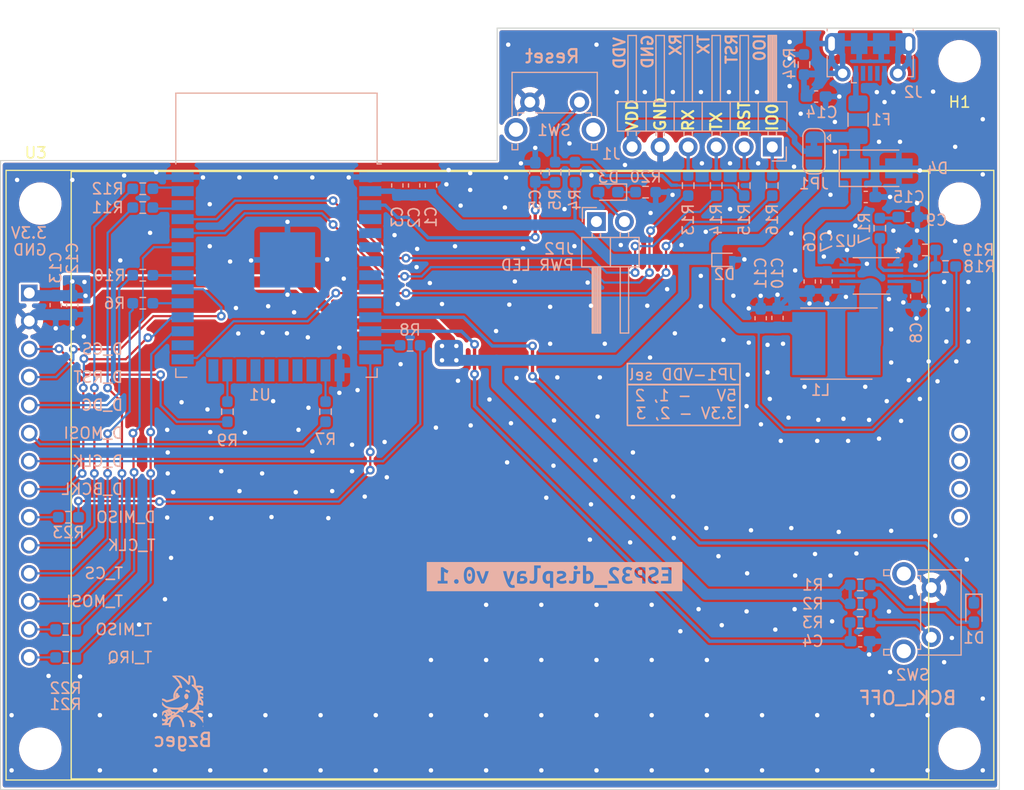
<source format=kicad_pcb>
(kicad_pcb (version 20211014) (generator pcbnew)
  (layers (0 "F.Cu" signal) (31 "B.Cu" signal) (34 "B.Paste" user) (35 "F.Paste" user) (36 "B.SilkS" user "B.Silkscreen") (37 "F.SilkS" user "F.Silkscreen") (38 "B.Mask" user) (39 "F.Mask" user) (44 "Edge.Cuts" user))
  (net 0 "")
  (net 1 "Net-(C5-Pad1)")
  (net 2 "GND")
  (net 3 "+5V")
  (net 4 "+3V3")
  (net 5 "/MCU/RST")
  (net 6 "Net-(C8-Pad1)")
  (net 7 "Net-(D3-Pad1)")
  (net 8 "Net-(C9-Pad1)")
  (net 9 "Net-(C14-Pad1)")
  (net 10 "/MCU/IO0")
  (net 11 "/MCU/UART_TX")
  (net 12 "/MCU/UART_RX")
  (net 13 "Net-(L1-Pad1)")
  (net 14 "/MCU/LED_STATUS")
  (net 15 "/MCU/SCRN_OFF_BTN")
  (net 18 "/MCU/IO32")
  (net 19 "/MCU/IO33")
  (net 20 "/MCU/TOUCH.IRQ")
  (net 21 "/MCU/IO25")
  (net 22 "/MCU/DISP.SPI_CLK")
  (net 23 "/MCU/DISP.SPI_MISO")
  (net 24 "/MCU/DISP.SPI_MOSI")
  (net 31 "/MCU/DISP.SPI_CS")
  (net 32 "/MCU/IO2")
  (net 33 "/MCU/IO4")
  (net 34 "/MCU/DISP.BCKL")
  (net 35 "/MCU/TOUCH.SPI_CS")
  (net 36 "/MCU/DISP.RST")
  (net 37 "/MCU/DISP.DC")
  (net 39 "/MCU/TOUCH.SPI_MISO")
  (net 40 "/MCU/TOUCH.SPI_MOSI")
  (net 41 "/MCU/TOUCH.SPI_CLK")
  (net 46 "Net-(J1-Pad1)")
  (net 47 "Net-(J1-Pad2)")
  (net 48 "Net-(J1-Pad3)")
  (net 49 "Net-(J1-Pad4)")
  (net 50 "Net-(J1-Pad6)")
  (net 51 "/USB_CONN/USB_N")
  (net 52 "/USB_CONN/USB_P")
  (net 53 "Net-(R11-Pad1)")
  (net 54 "Net-(R7-Pad1)")
  (net 55 "Net-(R8-Pad1)")
  (net 56 "Net-(R9-Pad1)")
  (net 57 "Net-(R10-Pad1)")
  (net 58 "Net-(R12-Pad1)")
  (net 60 "Net-(R2-Pad2)")
  (net 61 "Net-(R6-Pad1)")
  (net 62 "Net-(R17-Pad1)")
  (net 63 "Net-(R18-Pad2)")
  (net 64 "Net-(R23-Pad2)")
  (net 65 "Net-(R21-Pad1)")
  (net 66 "Net-(R22-Pad1)")
  (net 67 "Net-(F1-Pad2)")
  (net 68 "Net-(D1-Pad2)")
  (net 69 "Net-(D3-Pad2)")
  (net 70 "/MCU/IO34")
  (net 71 "/MCU/IO35")
  (footprint "myLib:ILI9341" (layer "F.Cu") (at 89.6 56)
    (fp_text reference "U3")
    (fp_text value "Display_ILI9341")
  )
  (footprint "MountingHole:MountingHole_3.2mm_M3_ISO14580" (layer "F.Cu") (at 173.9 35)
    (fp_text reference "H1")
    (fp_text value "MountingHole")
  )
  (footprint "Capacitor_SMD:C_0603_1608Metric_Pad1.08x0.95mm_HandSolder" (layer "B.Cu") (at 92 57.1 -90)
    (fp_text reference "C13")
    (fp_text value "0.1uF")
  )
  (footprint "Capacitor_SMD:C_0603_1608Metric_Pad1.08x0.95mm_HandSolder" (layer "B.Cu") (at 126 46.255 90)
    (fp_text reference "C1")
    (fp_text value "10uF")
  )
  (footprint "myLib:USB_Micro-B_Molex-105017-0001" (layer "B.Cu") (at 165.8 34.6375)
    (fp_text reference "J2")
    (fp_text value "USB_B_Micro")
  )
  (footprint "Resistor_SMD:R_0603_1608Metric_Pad0.98x0.95mm_HandSolder" (layer "B.Cu") (at 166.67 50.1315 90)
    (fp_text reference "R17")
    (fp_text value "82k")
  )
  (footprint "Capacitor_SMD:C_0603_1608Metric_Pad1.08x0.95mm_HandSolder" (layer "B.Cu") (at 169.21 49.1155)
    (fp_text reference "C9")
    (fp_text value "330pF")
  )
  (footprint "Capacitor_SMD:C_0603_1608Metric_Pad1.08x0.95mm_HandSolder" (layer "B.Cu") (at 122.952 46.255 90)
    (fp_text reference "C3")
    (fp_text value "0.1uF")
  )
  (footprint "Resistor_SMD:R_0603_1608Metric_Pad0.98x0.95mm_HandSolder" (layer "B.Cu") (at 92.9 86.48)
    (fp_text reference "R22")
    (fp_text value "30")
  )
  (footprint "Resistor_SMD:R_0603_1608Metric_Pad0.98x0.95mm_HandSolder" (layer "B.Cu") (at 99.8875 48.255 180)
    (fp_text reference "R11")
    (fp_text value "30")
  )
  (footprint "Resistor_SMD:R_0603_1608Metric_Pad0.98x0.95mm_HandSolder" (layer "B.Cu") (at 92.9 89.02)
    (fp_text reference "R21")
    (fp_text value "30")
  )
  (footprint "Resistor_SMD:R_0603_1608Metric_Pad0.98x0.95mm_HandSolder" (layer "B.Cu") (at 170.8 52.1 180)
    (fp_text reference "R19")
    (fp_text value "15k")
  )
  (footprint "Jumper:SolderJumper-3_P1.3mm_Bridged12_RoundedPad1.0x1.5mm" (layer "B.Cu") (at 160.7 43.155 -90)
    (fp_text reference "JP1")
    (fp_text value "Jumper_3_Bridged12")
  )
  (footprint "Resistor_SMD:R_0603_1608Metric_Pad0.98x0.95mm_HandSolder" (layer "B.Cu") (at 154.387 46.2675 90)
    (fp_text reference "R15")
    (fp_text value "220")
  )
  (footprint "Resistor_SMD:R_0603_1608Metric_Pad0.98x0.95mm_HandSolder" (layer "B.Cu") (at 99.8875 46.555 180)
    (fp_text reference "R12")
    (fp_text value "30")
  )
  (footprint "Diode_SMD:D_0603_1608Metric_Pad1.05x0.95mm_HandSolder" (layer "B.Cu") (at 175.2 84.95 -90)
    (fp_text reference "D1")
    (fp_text value "RED_LED")
  )
  (footprint "Resistor_SMD:R_0603_1608Metric_Pad0.98x0.95mm_HandSolder" (layer "B.Cu") (at 159.8 35.3 90)
    (fp_text reference "R24")
    (fp_text value "1M")
  )
  (footprint "Resistor_SMD:R_0603_1608Metric_Pad0.98x0.95mm_HandSolder" (layer "B.Cu") (at 149.307 46.2675 90)
    (fp_text reference "R13")
    (fp_text value "220")
  )
  (footprint "Capacitor_SMD:C_0603_1608Metric_Pad1.08x0.95mm_HandSolder" (layer "B.Cu") (at 169.972 56.3 -90)
    (fp_text reference "C8")
    (fp_text value "47nF")
  )
  (footprint "Capacitor_SMD:C_0603_1608Metric_Pad1.08x0.95mm_HandSolder" (layer "B.Cu") (at 161.844 54.9575 -90)
    (fp_text reference "C7")
    (fp_text value "0.1uF")
  )
  (footprint "Resistor_SMD:R_0603_1608Metric_Pad0.98x0.95mm_HandSolder" (layer "B.Cu") (at 137.25 45.055 -90)
    (fp_text reference "R5")
    (fp_text value "1k")
  )
  (footprint "Button_Switch_THT:SW_Tactile_SPST_Angled_PTS645Vx83-2LFS" (layer "B.Cu") (at 139.46 38.71 180)
    (fp_text reference "SW1")
    (fp_text value "RST_BTN")
  )
  (footprint "Resistor_SMD:R_0603_1608Metric_Pad0.98x0.95mm_HandSolder" (layer "B.Cu") (at 116.445 66.755 -90)
    (fp_text reference "R7")
    (fp_text value "30")
  )
  (footprint "Connector_PinHeader_2.54mm:PinHeader_1x02_P2.54mm_Horizontal" (layer "B.Cu") (at 140.99 49.53 -90)
    (fp_text reference "JP2")
    (fp_text value "Jumper_2_Bridged")
  )
  (footprint "Resistor_SMD:R_0603_1608Metric_Pad0.98x0.95mm_HandSolder" (layer "B.Cu") (at 172.625 53.6 180)
    (fp_text reference "R18")
    (fp_text value "24.9k")
  )
  (footprint "Capacitor_SMD:C_0603_1608Metric_Pad1.08x0.95mm_HandSolder" (layer "B.Cu") (at 93.5 57.1 -90)
    (fp_text reference "C12")
    (fp_text value "10uF")
  )
  (footprint "Capacitor_SMD:C_0603_1608Metric_Pad1.08x0.95mm_HandSolder" (layer "B.Cu") (at 164.8875 87.555)
    (fp_text reference "C4")
    (fp_text value "0.1uF")
  )
  (footprint "Button_Switch_THT:SW_Tactile_SPST_Angled_PTS645Vx83-2LFS" (layer "B.Cu") (at 171.3375 87.2 90)
    (fp_text reference "SW2")
    (fp_text value "SCREEN_OFF_BTN")
  )
  (footprint "Resistor_SMD:R_0603_1608Metric_Pad0.98x0.95mm_HandSolder" (layer "B.Cu") (at 164.9 84.155)
    (fp_text reference "R2")
    (fp_text value "51k")
  )
  (footprint "Capacitor_SMD:C_0603_1608Metric_Pad1.08x0.95mm_HandSolder" (layer "B.Cu") (at 165.4 47.3)
    (fp_text reference "C15")
    (fp_text value "4.7uF")
  )
  (footprint "Resistor_SMD:R_0603_1608Metric_Pad0.98x0.95mm_HandSolder" (layer "B.Cu") (at 139.05 45.055 90)
    (fp_text reference "R4")
    (fp_text value "51k")
  )
  (footprint "Capacitor_SMD:C_0603_1608Metric_Pad1.08x0.95mm_HandSolder" (layer "B.Cu") (at 160.32 54.9575 -90)
    (fp_text reference "C6")
    (fp_text value "10uF")
  )
  (footprint "Resistor_SMD:R_0603_1608Metric_Pad0.98x0.95mm_HandSolder" (layer "B.Cu") (at 99.8875 56.93 180)
    (fp_text reference "R6")
    (fp_text value "30")
  )
  (footprint "myLib:NR6028T100M" (layer "B.Cu") (at 162.733 60.5842 180)
    (fp_text reference "L1")
    (fp_text value "10uF")
  )
  (footprint "Capacitor_SMD:C_0603_1608Metric_Pad1.08x0.95mm_HandSolder" (layer "B.Cu") (at 157.399 58.2595 90)
    (fp_text reference "C10")
    (fp_text value "0.1uF")
  )
  (footprint "myLib:tabaluga_5x5" (layer "B.Cu") (at 103.200151 92.833345 180)
    (fp_text reference "G***" hide)
    (fp_text value "LOGO" hide)
  )
  (footprint "Capacitor_SMD:C_0603_1608Metric_Pad1.08x0.95mm_HandSolder" (layer "B.Cu") (at 124.476 46.255 90)
    (fp_text reference "C2")
    (fp_text value "10uF")
  )
  (footprint "Resistor_SMD:R_0603_1608Metric_Pad0.98x0.95mm_HandSolder" (layer "B.Cu") (at 93.15 76.32 180)
    (fp_text reference "R23")
    (fp_text value "30")
  )
  (footprint "Capacitor_SMD:C_0603_1608Metric_Pad1.08x0.95mm_HandSolder" (layer "B.Cu") (at 135.45 45.055 90)
    (fp_text reference "C5")
    (fp_text value "0.1uF")
  )
  (footprint "Resistor_SMD:R_0603_1608Metric_Pad0.98x0.95mm_HandSolder" (layer "B.Cu") (at 164.8875 85.855)
    (fp_text reference "R3")
    (fp_text value "1k")
  )
  (footprint "Resistor_SMD:R_0603_1608Metric_Pad0.98x0.95mm_HandSolder" (layer "B.Cu") (at 107.555 66.755 -90)
    (fp_text reference "R9")
    (fp_text value "30")
  )
  (footprint "Resistor_SMD:R_0603_1608Metric_Pad0.98x0.95mm_HandSolder" (layer "B.Cu") (at 145.45 46.86)
    (fp_text reference "R20")
    (fp_text value "1.5k")
  )
  (footprint "Capacitor_SMD:C_0603_1608Metric_Pad1.08x0.95mm_HandSolder" (layer "B.Cu") (at 160.9 38.2)
    (fp_text reference "C14")
    (fp_text value "4.7nF")
  )
  (footprint "Diode_SMD:D_SMA" (layer "B.Cu") (at 166.4 44.7)
    (fp_text reference "D4")
    (fp_text value "SMAJ5.0CA")
  )
  (footprint "Resistor_SMD:R_0603_1608Metric_Pad0.98x0.95mm_HandSolder" (layer "B.Cu") (at 99.8875 54.39 180)
    (fp_text reference "R10")
    (fp_text value "30")
  )
  (footprint "RF_Module:ESP32-WROOM-32" (layer "B.Cu") (at 112 53.755 180)
    (fp_text reference "U1")
    (fp_text value "ESP32-WROOM-32")
  )
  (footprint "Capacitor_SMD:C_0603_1608Metric_Pad1.08x0.95mm_HandSolder" (layer "B.Cu") (at 155.875 58.286 90)
    (fp_text reference "C11")
    (fp_text value "10uF")
  )
  (footprint "Resistor_SMD:R_0603_1608Metric_Pad0.98x0.95mm_HandSolder" (layer "B.Cu") (at 156.927 46.2675 90)
    (fp_text reference "R16")
    (fp_text value "220")
  )
  (footprint "Fuse:Fuse_1206_3216Metric_Pad1.42x1.75mm_HandSolder" (layer "B.Cu") (at 164.7 40.3 90)
    (fp_text reference "F1")
    (fp_text value "500mA, 1A")
  )
  (footprint "Resistor_SMD:R_0603_1608Metric_Pad0.98x0.95mm_HandSolder" (layer "B.Cu") (at 164.9 82.45)
    (fp_text reference "R1")
    (fp_text value "1.5k")
  )
  (footprint "Resistor_SMD:R_0603_1608Metric_Pad0.98x0.95mm_HandSolder" (layer "B.Cu") (at 124.1125 60.74)
    (fp_text reference "R8")
    (fp_text value "30")
  )
  (footprint "Resistor_SMD:R_0603_1608Metric_Pad0.98x0.95mm_HandSolder" (layer "B.Cu") (at 151.847 46.2675 90)
    (fp_text reference "R14")
    (fp_text value "220")
  )
  (footprint "kibuzzard-61D6E91A" (layer "B.Cu") (at 137.2 81.7 180)
    (fp_text reference "kibuzzard-61D6E91A" hide)
    (fp_text value "G***" hide)
  )
  (footprint "myLib:MAX1821EUB+" (layer "B.Cu") (at 165.908 54.4495 180)
    (fp_text reference "U2")
    (fp_text value "MAX1821")
  )
  (footprint "Diode_SMD:D_SOD-523" (layer "B.Cu") (at 152.6 53)
    (fp_text reference "D2")
    (fp_text value "ESD5Z3.3T1G")
  )
  (footprint "Diode_SMD:D_0603_1608Metric_Pad1.05x0.95mm_HandSolder" (layer "B.Cu") (at 142.065 46.86 180)
    (fp_text reference "D3")
    (fp_text value "GREEN_LED")
  )
  (footprint "Connector_PinHeader_2.54mm:PinHeader_1x06_P2.54mm_Horizontal" (layer "B.Cu") (at 156.927 42.769 90)
    (fp_text reference "J1")
    (fp_text value "Conn_01x06_Male")
  )
  (gr_rect (start 154 62.4) (end 143.8 64.3) (layer "B.SilkS") (width 0.15) (fill none))
  (gr_rect (start 143.8 64.3) (end 154 68) (layer "B.SilkS") (width 0.15) (fill none))
  (gr_line (start 87 101) (end 177.5 101) (layer "Edge.Cuts") (width 0.1))
  (gr_line (start 132 44) (end 132 32) (layer "Edge.Cuts") (width 0.1))
  (gr_line (start 177.5 101) (end 177.5 32) (layer "Edge.Cuts") (width 0.1))
  (gr_line (start 87 44) (end 87 101) (layer "Edge.Cuts") (width 0.1))
  (gr_line (start 132 32) (end 177.5 32) (layer "Edge.Cuts") (width 0.1))
  (gr_line (start 87 44) (end 132 44) (layer "Edge.Cuts") (width 0.1))
  (gr_text "3.3V" (at 89.564762 50.56) (layer "B.SilkS") (effects (font (size 1 1)) (justify mirror)))
  (gr_text "GND" (at 145.624 34.133 -270) (layer "B.SilkS") (effects (font (size 1 1) (thickness 0.2)) (justify mirror)))
  (gr_text "T_MOSI" (at 95.519047 83.94) (layer "B.SilkS") (effects (font (size 1 1)) (justify mirror)))
  (gr_text "TX" (at 150.704 33.498 -270) (layer "B.SilkS") (effects (font (size 1 1) (thickness 0.2)) (justify mirror)))
  (gr_text "IO0" (at 155.784 33.752 -270) (layer "B.SilkS") (effects (font (size 1 1) (thickness 0.2)) (justify mirror)))
  (gr_text "PWR LED" (at 135.647619 53.48) (layer "B.SilkS") (effects (font (size 1 1)) (justify mirror)))
  (gr_text "5V   - 1, 2\n3.3V - 2, 3" (at 153.8 66.1) (layer "B.SilkS") (effects (font (size 1 1)) (justify left mirror)))
  (gr_text "T_MISO" (at 98.17 86.49) (layer "B.SilkS") (effects (font (size 1 1)) (justify mirror)))
  (gr_text "D_BCKL" (at 95.304761 73.78) (layer "B.SilkS") (effects (font (size 1 1)) (justify mirror)))
  (gr_text "T_IRQ" (at 98.717619 89.03) (layer "B.SilkS") (effects (font (size 1 1)) (justify mirror)))
  (gr_text "T_CLK" (at 98.873809 78.86) (layer "B.SilkS") (effects (font (size 1 1)) (justify mirror)))
  (gr_text "GND" (at 89.66 52.09) (layer "B.SilkS") (effects (font (size 1 1)) (justify mirror)))
  (gr_text "D_DC" (at 96.209523 66.16) (layer "B.SilkS") (effects (font (size 1 1)) (justify mirror)))
  (gr_text "D_CLK" (at 95.804761 71.24) (layer "B.SilkS") (effects (font (size 1 1)) (justify mirror)))
  (gr_text "T_CS" (at 96.352381 81.4) (layer "B.SilkS") (effects (font (size 1 1)) (justify mirror)))
  (gr_text "D_CS" (at 96.233333 61.08) (layer "B.SilkS") (effects (font (size 1 1)) (justify mirror)))
  (gr_text "D_MOSI" (at 95.4 68.7) (layer "B.SilkS") (effects (font (size 1 1)) (justify mirror)))
  (gr_text "Bzgec" (at 103.5 96.5) (layer "B.SilkS") (effects (font (size 1.2 1.2) (thickness 0.2)) (justify mirror)))
  (gr_text "Reset" (at 137 34.555) (layer "B.SilkS") (effects (font (size 1.2 1.2) (thickness 0.2)) (justify mirror)))
  (gr_text "D_MISO" (at 98.35 76.32) (layer "B.SilkS") (effects (font (size 1 1)) (justify mirror)))
  (gr_text "JP1-VDD sel" (at 153.8 63.4) (layer "B.SilkS") (effects (font (size 1 1)) (justify left mirror)))
  (gr_text "RST" (at 153.244 33.879 -270) (layer "B.SilkS") (effects (font (size 1 1) (thickness 0.2)) (justify mirror)))
  (gr_text "VDD" (at 143.084 34.26 -270) (layer "B.SilkS") (effects (font (size 1 1) (thickness 0.2)) (justify mirror)))
  (gr_text "D_RST" (at 95.852381 63.62) (layer "B.SilkS") (effects (font (size 1 1)) (justify mirror)))
  (gr_text "BCKL_OFF" (at 169.2 92.7) (layer "B.SilkS") (effects (font (size 1.2 1.2) (thickness 0.2)) (justify mirror)))
  (gr_text "RX" (at 148.164 33.498 -270) (layer "B.SilkS") (effects (font (size 1 1) (thickness 0.2)) (justify mirror)))
  (gr_text "GND" (at 146.767 39.8 90) (layer "F.SilkS") (effects (font (size 1 1) (thickness 0.2))))
  (gr_text "VDD" (at 144.227 39.895238 90) (layer "F.SilkS") (effects (font (size 1 1) (thickness 0.2))))
  (gr_text "TX" (at 151.847 40.466666 90) (layer "F.SilkS") (effects (font (size 1 1) (thickness 0.2))))
  (gr_text "RX" (at 149.307 40.347619 90) (layer "F.SilkS") (effects (font (size 1 1) (thickness 0.2))))
  (gr_text "RST" (at 154.387 39.966666 90) (layer "F.SilkS") (effects (font (size 1 1) (thickness 0.2))))
  (gr_text "IO0" (at 156.927 40.085714 90) (layer "F.SilkS") (effects (font (size 1 1) (thickness 0.2))))
  (segment (start 135.45 50.95) (end 135.45 48.5) (width 0.3) (layer "F.Cu") (net 1))
  (via (at 135.45 48.5) (size 0.8) (drill 0.4) (layers "F.Cu" "B.Cu") (net 1))
  (via (at 135.45 50.95) (size 0.8) (drill 0.4) (layers "F.Cu" "B.Cu") (net 1))
  (segment (start 123.8875 49.1425) (end 123.6 49.1425) (width 0.3) (layer "B.Cu") (net 1))
  (segment (start 123.5815 49.161) (end 122.973 49.161) (width 0.3) (layer "B.Cu") (net 1))
  (segment (start 135.45 48.5) (end 135.45 45.9175) (width 0.3) (layer "B.Cu") (net 1))
  (segment (start 123.6 49.1425) (end 123.5815 49.161) (width 0.3) (layer "B.Cu") (net 1))
  (segment (start 137.25 45.9675) (end 135.5 45.9675) (width 0.3) (layer "B.Cu") (net 1))
  (segment (start 135.45 50.95) (end 135.4 51) (width 0.3) (layer "B.Cu") (net 1))
  (segment (start 121.852 48.04) (end 120.5 48.04) (width 0.3) (layer "B.Cu") (net 1))
  (segment (start 135.4 51) (end 125.745 51) (width 0.3) (layer "B.Cu") (net 1))
  (segment (start 125.745 51) (end 123.8875 49.1425) (width 0.3) (layer "B.Cu") (net 1))
  (segment (start 122.973 49.161) (end 121.852 48.04) (width 0.3) (layer "B.Cu") (net 1))
  (via (at 154.4 52.955) (size 0.8) (drill 0.4) (layers "F.Cu" "B.Cu") (net 2))
  (via (at 110.75 59.6) (size 0.8) (drill 0.4) (layers "F.Cu" "B.Cu") (net 2))
  (via (at 162.6 43.2) (size 0.8) (drill 0.4) (layers "F.Cu" "B.Cu") (net 2))
  (via (at 168.5 42.3) (size 0.8) (drill 0.4) (layers "F.Cu" "B.Cu") (net 2))
  (via (at 168.599 67.587881) (size 0.8) (drill 0.4) (layers "F.Cu" "B.Cu") (net 2))
  (via (at 116.7 76.4) (size 0.8) (drill 0.4) (layers "F.Cu" "B.Cu") (net 2))
  (via (at 157.7 69.4) (size 0.8) (drill 0.4) (layers "F.Cu" "B.Cu") (net 2))
  (via (at 148 78.2) (size 0.8) (drill 0.4) (layers "F.Cu" "B.Cu") (net 2))
  (via (at 160.8 79.65) (size 0.8) (drill 0.4) (layers "F.Cu" "B.Cu") (net 2))
  (via (at 110.7 72.35) (size 0.8) (drill 0.4) (layers "F.Cu" "B.Cu") (net 2))
  (via (at 111 99.255) (size 0.8) (drill 0.4) (layers "F.Cu" "B.Cu") (net 2))
  (via (at 163 38.2) (size 0.8) (drill 0.4) (layers "F.Cu" "B.Cu") (net 2))
  (via (at 142.84 37.795) (size 0.8) (drill 0.4) (layers "F.Cu" "B.Cu") (net 2))
  (via (at 152.05 79.85) (size 0.8) (drill 0.4) (layers "F.Cu" "B.Cu") (net 2))
  (via (at 136 99.255) (size 0.8) (drill 0.4) (layers "F.Cu" "B.Cu") (net 2))
  (via (at 172.5 55) (size 0.8) (drill 0.4) (layers "F.Cu" "B.Cu") (net 2))
  (via (at 158.9 44.555) (size 0.8) (drill 0.4) (layers "F.Cu" "B.Cu") (net 2))
  (via (at 155 77.5) (size 0.8) (drill 0.4) (layers "F.Cu" "B.Cu") (net 2))
  (via (at 147.95 74.45) (size 0.8) (drill 0.4) (layers "F.Cu" "B.Cu") (net 2))
  (via (at 118.85 72.15) (size 0.8) (drill 0.4) (layers "F.Cu" "B.Cu") (net 2))
  (via (at 117.7 65.05) (size 0.8) (drill 0.4) (layers "F.Cu" "B.Cu") (net 2))
  (via (at 138.1 48.4) (size 0.8) (drill 0.4) (layers "F.Cu" "B.Cu") (net 2))
  (via (at 132.9 71.35) (size 0.8) (drill 0.4) (layers "F.Cu" "B.Cu") (net 2))
  (via (at 111.25 57.2) (size 0.8) (drill 0.4) (layers "F.Cu" "B.Cu") (net 2))
  (via (at 152.5 60.255) (size 0.8) (drill 0.4) (layers "F.Cu" "B.Cu") (net 2))
  (via (at 172.7 60.4) (size 0.8) (drill 0.4) (layers "F.Cu" "B.Cu") (net 2))
  (via (at 136.8 60.6) (size 0.8) (drill 0.4) (layers "F.Cu" "B.Cu") (net 2))
  (via (at 131 84.255) (size 0.8) (drill 0.4) (layers "F.Cu" "B.Cu") (net 2))
  (via (at 158.5 33.255) (size 0.8) (drill 0.4) (layers "F.Cu" "B.Cu") (net 2))
  (via (at 146 94.255) (size 0.8) (drill 0.4) (layers "F.Cu" "B.Cu") (net 2))
  (via (at 102.45 80) (size 0.8) (drill 0.4) (layers "F.Cu" "B.Cu") (net 2))
  (via (at 140.2 55.055) (size 0.8) (drill 0.4) (layers "F.Cu" "B.Cu") (net 2))
  (via (at 117.05 73.95) (size 0.8) (drill 0.4) (layers "F.Cu" "B.Cu") (net 2))
  (via (at 154.8 60.5) (size 0.8) (drill 0.4) (layers "F.Cu" "B.Cu") (net 2))
  (via (at 133.1 57.055) (size 0.8) (drill 0.4) (layers "F.Cu" "B.Cu") (net 2))
  (via (at 102.1 76.35) (size 0.8) (drill 0.4) (layers "F.Cu" "B.Cu") (net 2))
  (via (at 137.45 63.65) (size 0.8) (drill 0.4) (layers "F.Cu" "B.Cu") (net 2))
  (via (at 162.6 40.5) (size 0.8) (drill 0.4) (layers "F.Cu" "B.Cu") (net 2))
  (via (at 172.8 57.5) (size 0.8) (drill 0.4) (layers "F.Cu" "B.Cu") (net 2))
  (via (at 155.54 37.795) (size 0.8) (drill 0.4) (layers "F.Cu" "B.Cu") (net 2))
  (via (at 103.4 65.9) (size 0.8) (drill 0.4) (layers "F.Cu" "B.Cu") (net 2))
  (via (at 173.5 51.3) (size 0.8) (drill 0.4) (layers "F.Cu" "B.Cu") (net 2))
  (via (at 145.9 48.75) (size 0.8) (drill 0.4) (layers "F.Cu" "B.Cu") (net 2))
  (via (at 116.6 52.955) (size 0.8) (drill 0.4) (layers "F.Cu" "B.Cu") (net 2))
  (via (at 166.6 69.2) (size 0.8) (drill 0.4) (layers "F.Cu" "B.Cu") (net 2))
  (via (at 154.7 63.4) (size 0.8) (drill 0.4) (layers "F.Cu" "B.Cu") (net 2))
  (via (at 159.85 64.5) (size 0.8) (drill 0.4) (layers "F.Cu" "B.Cu") (net 2))
  (via (at 118.1 54.7) (size 0.8) (drill 0.4) (layers "F.Cu" "B.Cu") (net 2))
  (via (at 167.5 84.855) (size 0.8) (drill 0.4) (layers "F.Cu" "B.Cu") (net 2))
  (via (at 163.377 67.4) (size 0.8) (drill 0.4) (layers "F.Cu" "B.Cu") (net 2))
  (via (at 98.2 45.355) (size 0.8) (drill 0.4) (layers "F.Cu" "B.Cu") (net 2))
  (via (at 119.35 64.8) (size 0.8) (drill 0.4) (layers "F.Cu" "B.Cu") (net 2))
  (via (at 161 94.255) (size 0.8) (drill 0.4) (layers "F.Cu" "B.Cu") (net 2))
  (via (at 144.3 74.5) (size 0.8) (drill 0.4) (layers "F.Cu" "B.Cu") (net 2))
  (via (at 93.5 59.2) (size 0.8) (drill 0.4) (layers "F.Cu" "B.Cu") (net 2))
  (via (at 141.3 63.65) (size 0.8) (drill 0.4) (layers "F.Cu" "B.Cu") (net 2))
  (via (at 102.15 72.35) (size 0.8) (drill 0.4) (layers "F.Cu" "B.Cu") (net 2))
  (via (at 151 94.255) (size 0.8) (drill 0.4) (layers "F.Cu" "B.Cu") (net 2))
  (via (at 171.5 37.755) (size 0.8) (drill 0.4) (layers "F.Cu" "B.Cu") (net 2))
  (via (at 131 99.255) (size 0.8) (drill 0.4) (layers "F.Cu" "B.Cu") (net 2))
  (via (at 153 37.795) (size 0.8) (drill 0.4) (layers "F.Cu" "B.Cu") (net 2))
  (via (at 108.33 57.36) (size 0.8) (drill 0.4) (layers "F.Cu" "B.Cu") (net 2))
  (via (at 108.64265 45.5328) (size 0.8) (drill 0.4) (layers "F.Cu" "B.Cu") (net 2))
  (via (at 170.0451 47.855) (size 0.8) (drill 0.4) (layers "F.Cu" "B.Cu") (net 2))
  (via (at 105.75 66.55) (size 0.8) (drill 0.4) (layers "F.Cu" "B.Cu") (net 2))
  (via (at 155.9 67.9) (size 0.8) (drill 0.4) (layers "F.Cu" "B.Cu") (net 2))
  (via (at 107.8 53.15) (size 0.8) (drill 0.4) (layers "F.Cu" "B.Cu") (net 2))
  (via (at 171.7 78) (size 0.8) (drill 0.4) (layers "F.Cu" "B.Cu") (net 2))
  (via (at 121.8 69.5) (size 0.8) (drill 0.4) (layers "F.Cu" "B.Cu") (net 2))
  (via (at 140.5 57.155) (size 0.8) (drill 0.4) (layers "F.Cu" "B.Cu") (net 2))
  (via (at 105.955 47.955) (size 0.8) (drill 0.4) (layers "F.Cu" "B.Cu") (net 2))
  (via (at 101.9 83.75) (size 0.8) (drill 0.4) (layers "F.Cu" "B.Cu") (net 2))
  (via (at 116 99.255) (size 0.8) (drill 0.4) (layers "F.Cu" "B.Cu") (net 2))
  (via (at 170.0451 50.349499) (size 0.8) (drill 0.4) (layers "F.Cu" "B.Cu") (net 2))
  (via (at 155.875 56.255) (size 0.8) (drill 0.4) (layers "F.Cu" "B.Cu") (net 2))
  (via (at 146 99.255) (size 0.8) (drill 0.4) (layers "F.Cu" "B.Cu") (net 2))
  (via (at 107 72.15) (size 0.8) (drill 0.4) (layers "F.Cu" "B.Cu") (net 2))
  (via (at 176 40.255) (size 0.8) (drill 0.4) (layers "F.Cu" "B.Cu") (net 2))
  (via (at 171 99.255) (size 0.8) (drill 0.4) (layers "F.Cu" "B.Cu") (net 2))
  (via (at 170.3 44.9) (size 0.8) (drill 0.4) (layers "F.Cu" "B.Cu") (net 2))
  (via (at 113.75 74.05) (size 0.8) (drill 0.4) (layers "F.Cu" "B.Cu") (net 2))
  (via (at 133.25 67.8) (size 0.8) (drill 0.4) (layers "F.Cu" "B.Cu") (net 2))
  (via (at 150.55 44.25) (size 0.8) (drill 0.4) (layers "F.Cu" "B.Cu") (net 2))
  (via (at 174.7 55) (size 0.8) (drill 0.4) (layers "F.Cu" "B.Cu") (net 2))
  (via (at 127.4 46.155) (size 0.8) (drill 0.4) (layers "F.Cu" "B.Cu") (net 2))
  (via (at 92 59.2) (size 0.8) (drill 0.4) (layers "F.Cu" "B.Cu") (net 2))
  (via (at 111.55 76.3) (size 0.8) (drill 0.4) (layers "F.Cu" "B.Cu") (net 2))
  (via (at 165.7 88.755) (size 0.8) (drill 0.4) (layers "F.Cu" "B.Cu") (net 2))
  (via (at 167.9 50.355) (size 0.8) (drill 0.4) (layers "F.Cu" "B.Cu") (net 2))
  (via (at 174.7 57.5) (size 0.8) (drill 0.4) (layers "F.Cu" "B.Cu") (net 2))
  (via (at 170.3 65.6) (size 0.8) (drill 0.4) (layers "F.Cu" "B.Cu") (net 2))
  (via (at 118.85 69.75) (size 0.8) (drill 0.4) (layers "F.Cu" "B.Cu") (net 2))
  (via (at 154.8 57.3959) (size 0.8) (drill 0.4) (layers "F.Cu" "B.Cu") (net 2))
  (via (at 94.55 59.95) (size 0.8) (drill 0.4) (layers "F.Cu" "B.Cu") (net 2))
  (via (at 161 69.4) (size 0.8) (drill 0.4) (layers "F.Cu" "B.Cu") (net 2))
  (via (at 154.6 84.85) (size 0.8) (drill 0.4) (layers "F.Cu" "B.Cu") (net 2))
  (via (at 111.9451 45.5328) (size 0.8) (drill 0.4) (layers "F.Cu" "B.Cu") (net 2))
  (via (at 166 94.255) (size 0.8) (drill 0.4) (layers "F.Cu" "B.Cu") (net 2))
  (via (at 147.92 37.795) (size 0.8) (drill 0.4) (layers "F.Cu" "B.Cu") (net 2))
  (via (at 111.7 65.8) (size 0.8) (drill 0.4) (layers "F.Cu" "B.Cu") (net 2))
  (via (at 151 99.255) (size 0.8) (drill 0.4) (layers "F.Cu" "B.Cu") (net 2))
  (via (at 156.5 60.7) (size 0.8) (drill 0.4) (layers "F.Cu" "B.Cu") (net 2))
  (via (at 156.7 65.6) (size 0.8) (drill 0.4) (layers "F.Cu" "B.Cu") (net 2))
  (via (at 140.5 75.15) (size 0.8) (drill 0.4) (layers "F.Cu" "B.Cu") (net 2))
  (via (at 156 94.255) (size 0.8) (drill 0.4) (layers "F.Cu" "B.Cu") (net 2))
  (via (at 139 51.755) (size 0.8) (drill 0.4) (layers "F.Cu" "B.Cu") (net 2))
  (via (at 167.9 37.8) (size 0.8) (drill 0.4) (layers "F.Cu" "B.Cu") (net 2))
  (via (at 131.3 65.65) (size 0.8) (drill 0.4) (layers "F.Cu" "B.Cu") (net 2))
  (via (at 162.2 81.6) (size 0.8) (drill 0.4) (layers "F.Cu" "B.Cu") (net 2))
  (via (at 128.18 51.765) (size 0.8) (drill 0.4) (layers "F.Cu" "B.Cu") (net 2))
  (via (at 165.7 67.5) (size 0.8) (drill 0.4) (layers "F.Cu" "B.Cu") (net 2))
  (via (at 132.8 45.555) (size 0.8) (drill 0.4) (layers "F.Cu" "B.Cu") (net 2))
  (via (at 176 92.755) (size 0.8) (drill 0.4) (layers "F.Cu" "B.Cu") (net 2))
  (via (at 106 94.255) (size 0.8) (drill 0.4) (layers "F.Cu" "B.Cu") (net 2))
  (via (at 161 99.255) (size 0.8) (drill 0.4) (layers "F.Cu" "B.Cu") (net 2))
  (via (at 124.75 52.005) (size 0.8) (drill 0.4) (layers "F.Cu" "B.Cu") (net 2))
  (via (at 166 99.255) (size 0.8) (drill 0.4) (layers "F.Cu" "B.Cu") (net 2))
  (via (at 106 68.6) (size 0.8) (drill 0.4) (layers "F.Cu" "B.Cu") (net 2))
  (via (at 136 89.255) (size 0.8) (drill 0.4) (layers "F.Cu" "B.Cu") (net 2))
  (via (at 170 58.3) (size 0.8) (drill 0.4) (layers "F.Cu" "B.Cu") (net 2))
  (via (at 105.3402 45.5328) (size 0.8) (drill 0.4) (layers "F.Cu" "B.Cu") (net 2))
  (via (at 152.35 86.1) (size 0.8) (drill 0.4) (layers "F.Cu" "B.Cu") (net 2))
  (via (at 158.5 34.755) (size 0.8) (drill 0.4) (layers "F.Cu" "B.Cu") (net 2))
  (via (at 113 56.155) (size 0.8) (drill 0.4) (layers "F.Cu" "B.Cu") (net 2))
  (via (at 173.2 87.255) (size 0.8) (drill 0.4) (layers "F.Cu" "B.Cu") (net 2))
  (via (at 113.6 57.75) (size 0.8) (drill 0.4) (layers "F.Cu" "B.Cu") (net 2))
  (via (at 128.45 63.95) (size 0.8) (drill 0.4) (layers "F.Cu" "B.Cu") (net 2))
  (via (at 101 94.255) (size 0.8) (drill 0.4) (layers "F.Cu" "B.Cu") (net 2))
  (via (at 133.75 63.7) (size 0.8) (drill 0.4) (layers "F.Cu" "B.Cu") (net 2))
  (via (at 144.3 70.45) (size 0.8) (drill 0.4) (layers "F.Cu" "B.Cu") (net 2))
  (via (at 146 84.255) (size 0.8) (drill 0.4) (layers "F.Cu" "B.Cu") (net 2))
  (via (at 129.556 45.1385) (size 0.8) (drill 0.4) (layers "F.Cu" "B.Cu") (net 2))
  (via (at 128.688 48.082) (size 0.8) (drill 0.4) (layers "F.Cu" "B.Cu") (net 2))
  (via (at 134.15 44.25) (size 0.8) (drill 0.4) (layers "F.Cu" "B.Cu") (net 2))
  (via (at 167.3 65.8) (size 0.8) (drill 0.4) (layers "F.Cu" "B.Cu") (net 2))
  (via (at 157.4 56.155) (size 0.8) (drill 0.4) (layers "F.Cu" "B.Cu") (net 2))
  (via (at 100.55 50.55) (size 0.8) (drill 0.4) (layers "F.Cu" "B.Cu") (net 2))
  (via (at 158.95 84.65) (size 0.8) (drill 0.4) (layers "F.Cu" "B.Cu") (net 2))
  (via (at 169.9 53.5) (size 0.8) (drill 0.4) (layers "F.Cu" "B.Cu") (net 2))
  (via (at 126 94.255) (size 0.8) (drill 0.4) (layers "F.Cu" "B.Cu") (net 2))
  (via (at 115.24755 45.5328) (size 0.8) (drill 0.4) (layers "F.Cu" "B.Cu") (net 2))
  (via (at 136.45 74.55) (size 0.8) (drill 0.4) (layers "F.Cu" "B.Cu") (net 2))
  (via (at 141 94.255) (size 0.8) (drill 0.4) (layers "F.Cu" "B.Cu") (net 2))
  (via (at 153.1 44.25) (size 0.8) (drill 0.4) (layers "F.Cu" "B.Cu") (net 2))
  (via (at 125.9 55.1) (size 0.8) (drill 0.4) (layers "F.Cu" "B.Cu") (net 2))
  (via (at 167.1 38.7) (size 0.8) (drill 0.4) (layers "F.Cu" "B.Cu") (net 2))
  (via (at 88 94.255) (size 0.8) (drill 0.4) (layers "F.Cu" "B.Cu") (net 2))
  (via (at 112.95 59.65) (size 0.8) (drill 0.4) (layers "F.Cu" "B.Cu") (net 2))
  (via (at 136 84.255) (size 0.8) (drill 0.4) (layers "F.Cu" "B.Cu") (net 2))
  (via (at 115.25 70.35) (size 0.8) (drill 0.4) (layers "F.Cu" "B.Cu") (net 2))
  (via (at 163.6 56.355) (size 0.8) (drill 0.4) (layers "F.Cu" "B.Cu") (net 2))
  (via (at 150.25 84.65) (size 0.8) (drill 0.4) (layers "F.Cu" "B.Cu") (net 2))
  (via (at 162.1 50.5) (size 0.8) (drill 0.4) (layers "F.Cu" "B.Cu") (net 2))
  (via (at 118.55 45.5328) (size 0.8) (drill 0.4) (layers "F.Cu" "B.Cu") (net 2))
  (via (at 102.1 68.4) (size 0.8) (drill 0.4) (layers "F.Cu" "B.Cu") (net 2))
  (via (at 102.15 70.45) (size 0.8) (drill 0.4) (layers "F.Cu" "B.Cu") (net 2))
  (via (at 171.1 62.2) (size 0.8) (drill 0.4) (layers "F.Cu" "B.Cu") (net 2))
  (via (at 134.35 51.95) (size 0.8) (drill 0.4) (layers "F.Cu" "B.Cu") (net 2))
  (via (at 166.4 37.8) (size 0.8) (drill 0.4) (layers "F.Cu" "B.Cu") (net 2))
  (via (at 143.58 44.4) (size 0.8) (drill 0.4) (layers "F.Cu" "B.Cu") (net 2))
  (via (at 156 99.255) (size 0.8) (drill 0.4) (layers "F.Cu" "B.Cu") (net 2))
  (via (at 174.7 60.4) (size 0.8) (drill 0.4) (layers "F.Cu" "B.Cu") (net 2))
  (via (at 102.65 74.05) (size 0.8) (drill 0.4) (layers "F.Cu" "B.Cu") (net 2))
  (via (at 157.9 60.6) (size 0.8) (drill 0.4) (layers "F.Cu" "B.Cu") (net 2))
  (via (at 167.6 47.3) (size 0.8) (drill 0.4) (layers "F.Cu" "B.Cu") (net 2))
  (via (at 133 33.5) (size 0.8) (drill 0.4) (layers "F.Cu" "B.Cu") (net 2))
  (via (at 164.45 49.9) (size 0.8) (drill 0.4) (layers "F.Cu" "B.Cu") (net 2))
  (via (at 141 99.255) (size 0.8) (drill 0.4) (layers "F.Cu" "B.Cu") (net 2))
  (via (at 114 68.4) (size 0.8) (drill 0.4) (layers "F.Cu" "B.Cu") (net 2))
  (via (at 109.15 68.65) (size 0.8) (drill 0.4) (layers "F.Cu" "B.Cu") (net 2))
  (via (at 153.4 56.25) (size 0.8) (drill 0.4) (layers "F.Cu" "B.Cu") (net 2))
  (via (at 135.45 42.85) (size 0.8) (drill 0.4) (layers "F.Cu" "B.Cu") (net 2))
  (via (at 173.5 42.755) (size 0.8) (drill 0.4) (layers "F.Cu" "B.Cu") (net 2))
  (via (at 148.7 51.655) (size 0.8) (drill 0.4) (layers "F.Cu" "B.Cu") (net 2))
  (via (at 117.7 60.955) (size 0.8) (drill 0.4) (layers "F.Cu" "B.Cu") (net 2))
  (via (at 167.6 90.355) (size 0.8) (drill 0.4) (layers "F.Cu" "B.Cu") (net 2))
  (via (at 172.5 89.455) (size 0.8) (drill 0.4) (layers "F.Cu" "B.Cu") (net 2))
  (via (at 164.55 79.6) (size 0.8) (drill 0.4) (layers "F.Cu" "B.Cu") (net 2))
  (via (at 174.55 80.15) (size 0.8) (drill 0.4) (layers "F.Cu" "B.Cu") (net 2))
  (via (at 141 33.5) (size 0.8) (drill 0.4) (layers "F.Cu" "B.Cu") (net 2))
  (via (at 106.1 76.4) (size 0.8) (drill 0.4) (layers "F.Cu" "B.Cu") (net 2))
  (via (at 147.4 55.655) (size 0.8) (drill 0.4) (layers "F.Cu" "B.Cu") (net 2))
  (via (at 129.6 68) (size 0.8) (drill 0.4) (layers "F.Cu" "B.Cu") (net 2))
  (via (at 127 57) (size 0.8) (drill 0.4) (layers "F.Cu" "B.Cu") (net 2))
  (via (at 121 99.255) (size 0.8) (drill 0.4) (layers "F.Cu" "B.Cu") (net 2))
  (via (at 154.65 81.4) (size 0.8) (drill 0.4) (layers "F.Cu" "B.Cu") (net 2))
  (via (at 138.55 42.45) (size 0.8) (drill 0.4) (layers "F.Cu" "B.Cu") (net 2))
  (via (at 158.65 50.6) (size 0.8) (drill 0.4) (layers "F.Cu" "B.Cu") (net 2))
  (via (at 150.45 54.45) (size 0.8) (drill 0.4) (layers "F.Cu" "B.Cu") (net 2))
  (via (at 163.7 52.1) (size 0.8) (drill 0.4) (layers "F.Cu" "B.Cu") (net 2))
  (via (at 88 99.255) (size 0.8) (drill 0.4) (layers "F.Cu" "B.Cu") (net 2))
  (via (at 126 89.255) (size 0.8) (drill 0.4) (layers "F.Cu" "B.Cu") (net 2))
  (via (at 158.5 37.255) (size 0.8) (drill 0.4) (layers "F.Cu" "B.Cu") (net 2))
  (via (at 158.65 77.3) (size 0.8) (drill 0.4) (layers "F.Cu" "B.Cu") (net 2))
  (via (at 150.46 37.795) (size 0.8) (drill 0.4) (layers "F.Cu" "B.Cu") (net 2))
  (via (at 158.4 67.3) (size 0.8) (drill 0.4) (layers "F.Cu" "B.Cu") (net 2))
  (via (at 145.38 37.795) (size 0.8) (drill 0.4) (layers "F.Cu" "B.Cu") (net 2))
  (via (at 108.54 59.67) (size 0.8) (drill 0.4) (layers "F.Cu" "B.Cu") (net 2))
  (via (at 171.9 64) (size 0.8) (drill 0.4) (layers "F.Cu" "B.Cu") (net 2))
  (via (at 167.7 59.3) (size 0.8) (drill 0.4) (layers "F.Cu" "B.Cu") (net 2))
  (via (at 131.9 59.45) (size 0.8) (drill 0.4) (layers "F.Cu" "B.Cu") (net 2))
  (via (at 116 94.255) (size 0.8) (drill 0.4) (layers "F.Cu" "B.Cu") (net 2))
  (via (at 176 99.255) (size 0.8) (drill 0.4) (layers "F.Cu" "B.Cu") (net 2))
  (via (at 136 94.255) (size 0.8) (drill 0.4) (layers "F.Cu" "B.Cu") (net 2))
  (via (at 159 81.6) (size 0.8) (drill 0.4) (layers "F.Cu" "B.Cu") (net 2))
  (via (at 106 99.255) (size 0.8) (drill 0.4) (layers "F.Cu" "B.Cu") (net 2))
  (via (at 140.54 45.34) (size 0.8) (drill 0.4) (layers "F.Cu" "B.Cu") (net 2))
  (via (at 101 99.255) (size 0.8) (drill 0.4) (layers "F.Cu" "B.Cu") (net 2))
  (via (at 93.5 45.755) (size 0.8) (drill 0.4) (layers "F.Cu" "B.Cu") (net 2))
  (via (at 169.5 83.555) (size 0.8) (drill 0.4) (layers "F.Cu" "B.Cu") (net 2))
  (via (at 114.845 60.02) (size 0.8) (drill 0.4) (layers "F.Cu" "B.Cu") (net 2))
  (via (at 94.2 90.75) (size 0.8) (drill 0.4) (layers "F.Cu" "B.Cu") (net 2))
  (via (at 150.95 77.3) (size 0.8) (drill 0.4) (layers "F.Cu" "B.Cu") (net 2))
  (via (at 96 94.255) (size 0.8) (drill 0.4) (layers "F.Cu" "B.Cu") (net 2))
  (via (at 105.955 51.765) (size 0.8) (drill 0.4) (layers "F.Cu" "B.Cu") (net 2))
  (via (at 166.6 42.3) (size 0.8) (drill 0.4) (layers "F.Cu" "B.Cu") (net 2))
  (via (at 150.45 57.2) (size 0.8) (drill 0.4) (layers "F.Cu" "B.Cu") (net 2))
  (via (at 88.5 45.755) (size 0.8) (drill 0.4) (layers "F.Cu" "B.Cu") (net 2))
  (via (at 153.1 48.4) (size 0.8) (drill 0.4) (layers "F.Cu" "B.Cu") (net 2))
  (via (at 141.75 60.6) (size 0.8) (drill 0.4) (layers "F.Cu" "B.Cu") (net 2))
  (via (at 126 99.255) (size 0.8) (drill 0.4) (layers "F.Cu" "B.Cu") (net 2))
  (via (at 147.89 47.11) (size 0.8) (drill 0.4) (layers "F.Cu" "B.Cu") (net 2))
  (via (at 140.9 71.15) (size 0.8) (drill 0.4) (layers "F.Cu" "B.Cu") (net 2))
  (via (at 96 99.255) (size 0.8) (drill 0.4) (layers "F.Cu" "B.Cu") (net 2))
  (via (at 114.9 66.4) (size 0.8) (drill 0.4) (layers "F.Cu" "B.Cu") (net 2))
  (via (at 169.3 63.9) (size 0.8) (drill 0.4) (layers "F.Cu" "B.Cu") (net 2))
  (via (at 141.1 67.2) (size 0.8) (drill 0.4) (layers "F.Cu" "B.Cu") (net 2))
  (via (at 148.6 86.65) (size 0.8) (drill 0.4) (layers "F.Cu" "B.Cu") (net 2))
  (via (at 150.9 50.455) (size 0.8) (drill 0.4) (layers "F.Cu" "B.Cu") (net 2))
  (via (at 154.6 66.255) (size 0.8) (drill 0.4) (layers "F.Cu" "B.Cu") (net 2))
  (via (at 167.5 56.555) (size 0.8) (drill 0.4) (layers "F.Cu" "B.Cu") (net 2))
  (via (at 146 89.255) (size 0.8) (drill 0.4) (layers "F.Cu" "B.Cu") (net 2))
  (via (at 168.8 56.855) (size 0.8) (drill 0.4) (layers "F.Cu" "B.Cu") (net 2))
  (via (at 91.35 90.7) (size 0.8) (drill 0.4) (layers "F.Cu" "B.Cu") (net 2))
  (via (at 137.15 67.55) (size 0.8) (drill 0.4) (layers "F.Cu" "B.Cu") (net 2))
  (via (at 160.3 56.955) (size 0.8) (drill 0.4) (layers "F.Cu" "B.Cu") (net 2))
  (via (at 126.45 68.2) (size 0.8) (drill 0.4) (layers "F.Cu" "B.Cu") (net 2))
  (via (at 140.4 78.35) (size 0.8) (drill 0.4) (layers "F.Cu" "B.Cu") (net 2))
  (via (at 137.1 71.65) (size 0.8) (drill 0.4) (layers "F.Cu" "B.Cu") (net 2))
  (via (at 122.7 50.755) (size 0.8) (drill 0.4) (layers "F.Cu" "B.Cu") (net 2))
  (via (at 161.1 67.5) (size 0.8) (drill 0.4) (layers "F.Cu" "B.Cu") (net 2))
  (via (at 123.25 62.45) (size 0.8) (drill 0.4) (layers "F.Cu" "B.Cu") (net 2))
  (via (at 136.8 57.255) (size 0.8) (drill 0.4) (layers "F.Cu" "B.Cu") (net 2))
  (via (at 133.6 54.955) (size 0.8) (drill 0.4) (layers "F.Cu" "B.Cu") (net 2))
  (via (at 162.2 47.1) (size 0.8) (drill 0.4) (layers "F.Cu" "B.Cu") (net 2))
  (via (at 161.6 52.7) (size 0.8) (drill 0.4) (layers "F.Cu" "B.Cu") (net 2))
  (via (at 155.65 44.25) (size 0.8) (drill 0.4) (layers "F.Cu" "B.Cu") (net 2))
  (via (at 101.1 45.055) (size 0.8) (drill 0.4) (layers "F.Cu" "B.Cu") (net 2))
  (via (at 167.7 62.3) (size 0.8) (drill 0.4) (layers "F.Cu" "B.Cu") (net 2))
  (via (at 145.6 57.155) (size 0.8) (drill 0.4) (layers "F.Cu" "B.Cu") (net 2))
  (via (at 120 74.45) (size 0.8) (drill 0.4) (layers "F.Cu" "B.Cu") (net 2))
  (via (at 97.85 53.05) (size 0.8) (drill 0.4) (layers "F.Cu" "B.Cu") (net 2))
  (via (at 148.1 59.655) (size 0.8) (drill 0.4) (layers "F.Cu" "B.Cu") (net 2))
  (via (at 162.95 77.65) (size 0.8) (drill 0.4) (layers "F.Cu" "B.Cu") (net 2))
  (via (at 171.1 57.2) (size 0.8) (drill 0.4) (layers "F.Cu" "B.Cu") (net 2))
  (via (at 159 53.955) (size 0.8) (drill 0.4) (layers "F.Cu" "B.Cu") (net 2))
  (via (at 99.55 86.05) (size 0.8) (drill 0.4) (layers "F.Cu" "B.Cu") (net 2))
  (via (at 165.5 53.355) (size 0.8) (drill 0.4) (layers "F.Cu" "B.Cu") (net 2))
  (via (at 141 84.255) (size 0.8) (drill 0.4) (layers "F.Cu" "B.Cu") (net 2))
  (via (at 163.8 69.4) (size 0.8) (drill 0.4) (layers "F.Cu" "B.Cu") (net 2))
  (via (at 162.35 85.75) (size 0.8) (drill 0.4) (layers "F.Cu" "B.Cu") (net 2))
  (via (at 108.65 73.95) (size 0.8) (drill 0.4) (layers "F.Cu" "B.Cu") (net 2))
  (via (at 109.7 53.055) (size 0.8) (drill 0.4) (layers "F.Cu" "B.Cu") (net 2))
  (via (at 156.5 63.2) (size 0.8) (drill 0.4) (layers "F.Cu" "B.Cu") (net 2))
  (via (at 124.7 53.655) (size 0.8) (drill 0.4) (layers "F.Cu" "B.Cu") (net 2))
  (via (at 151 89.255) (size 0.8) (drill 0.4) (layers "F.Cu" "B.Cu") (net 2))
  (via (at 157.2 86.5) (size 0.8) (drill 0.4) (layers "F.Cu" "B.Cu") (net 2))
  (via (at 113 49.555) (size 0.8) (drill 0.4) (layers "F.Cu" "B.Cu") (net 2))
  (via (at 143.2 51.655) (size 0.8) (drill 0.4) (layers "F.Cu" "B.Cu") (net 2))
  (via (at 121 94.255) (size 0.8) (drill 0.4) (layers "F.Cu" "B.Cu") (net 2))
  (via (at 144.05 78.6) (size 0.8) (drill 0.4) (layers "F.Cu" "B.Cu") (net 2))
  (via (at 168.4 52.1) (size 0.8) (drill 0.4) (layers "F.Cu" "B.Cu") (net 2))
  (via (at 176 45.255) (size 0.8) (drill 0.4) (layers "F.Cu" "B.Cu") (net 2))
  (via (at 131 94.255) (size 0.8) (drill 0.4) (layers "F.Cu" "B.Cu") (net 2))
  (via (at 167.7 77.55) (size 0.8) (drill 0.4) (layers "F.Cu" "B.Cu") (net 2))
  (via (at 161.9 56.955) (size 0.8) (drill 0.4) (layers "F.Cu" "B.Cu") (net 2))
  (via (at 122 72.7) (size 0.8) (drill 0.4) (layers "F.Cu" "B.Cu") (net 2))
  (via (at 131 89.255) (size 0.8) (drill 0.4) (layers "F.Cu" "B.Cu") (net 2))
  (via (at 123 57) (size 0.8) (drill 0.4) (layers "F.Cu" "B.Cu") (net 2))
  (via (at 111 94.255) (size 0.8) (drill 0.4) (layers "F.Cu" "B.Cu") (net 2))
  (via (at 132.7 48.255) (size 0.8) (drill 0.4) (layers "F.Cu" "B.Cu") (net 2))
  (via (at 159.5 39.755) (size 0.8) (drill 0.4) (layers "F.Cu" "B.Cu") (net 2))
  (via (at 141 89.255) (size 0.8) (drill 0.4) (layers "F.Cu" "B.Cu") (net 2))
  (via (at 171 94.255) (size 0.8) (drill 0.4) (layers "F.Cu" "B.Cu") (net 2))
  (via (at 129.556 46.6625) (size 0.8) (drill 0.4) (layers "F.Cu" "B.Cu") (net 2))
  (via (at 145.85 61.85) (size 0.8) (drill 0.4) (layers "F.Cu" "B.Cu") (net 2))
  (via (at 173.6 62.2) (size 0.8) (drill 0.4) (layers "F.Cu" "B.Cu") (net 2))
  (via (at 165.35 64.5) (size 0.8) (drill 0.4) (layers "F.Cu" "B.Cu") (net 2))
  (via (at 127.6 44.855) (size 0.8) (drill 0.4) (layers "F.Cu" "B.Cu") (net 2))
  (segment (start 92 59.2) (end 92 57.9625) (width 0.4) (layer "B.Cu") (net 2))
  (segment (start 154.8 57.3959) (end 154.8276 57.4235) (width 0.5) (layer "B.Cu") (net 2))
  (segment (start 166.2625 47.3) (end 167.6 47.3) (width 0.5) (layer "B.Cu") (net 2))
  (segment (start 117.715 63.01) (end 117.715 65.04) (width 0.4) (layer "B.Cu") (net 2))
  (segment (start 157.4 56.155) (end 157.399 56.156) (width 0.5) (layer "B.Cu") (net 2))
  (segment (start 155.875 57.4235) (end 155.875 56.255) (width 0.5) (layer "B.Cu") (net 2))
  (segment (start 113 53) (end 113 56.155) (width 0.4) (layer "B.Cu") (net 2))
  (segment (start 167.5 55.955) (end 167.8 55.655) (width 0.5) (layer "B.Cu") (net 2))
  (segment (start 161.9 56.955) (end 161.844 56.899) (width 0.5) (layer "B.Cu") (net 2))
  (segment (start 171.1 57.2) (end 171.0625 57.1625) (width 0.5) (layer "B.Cu") (net 2))
  (segment (start 153.3 52.955) (end 154.4 52.955) (width 0.5) (layer "B.Cu") (net 2))
  (segment (start 163.7363 52.1363) (end 163.7363 53.449499) (width 0.2) (layer "B.Cu") (net 2))
  (segment (start 167.1 37.2) (end 167.1 38.7) (width 0.5) (layer "B.Cu") (net 2))
  (segment (start 120.6075 45.3925) (end 120.5 45.5) (width 1) (layer "B.Cu") (net 2))
  (segment (start 170.0451 50.349499) (end 170.0451 49.1429) (width 0.5) (layer "B.Cu") (net 2))
  (segment (start 127.6 44.955) (end 127.1625 45.3925) (width 1) (layer "B.Cu") (net 2))
  (segment (start 167.1 37) (end 167.9 37.8) (width 0.5) (layer "B.Cu") (net 2))
  (segment (start 170.0451 47.855) (end 170.0725 47.8824) (width 0.5) (layer "B.Cu") (net 2))
  (segment (start 167.1 36.1) (end 167.1 37.2) (width 0.5) (layer "B.Cu") (net 2))
  (segment (start 157.399 56.156) (end 157.399 57.397) (width 0.5) (layer "B.Cu") (net 2))
  (segment (start 167.1 37.2) (end 167.1 37) (width 0.5) (layer "B.Cu") (net 2))
  (segment (start 166.5 37.8) (end 166.4 37.8) (width 0.5) (layer "B.Cu") (net 2))
  (segment (start 169.922408 50.349499) (end 170.0451 50.349499) (width 0.5) (layer "B.Cu") (net 2))
  (segment (start 127.4 45.63) (end 127.1625 45.3925) (width 1) (layer "B.Cu") (net 2))
  (segment (start 165.5 53.355) (end 165.405501 53.449499) (width 0.2) (layer "B.Cu") (net 2))
  (segment (start 127.6 44.855) (end 127.6 44.955) (width 1) (layer "B.Cu") (net 2))
  (segment (start 127.4 46.155) (end 127.4 45.63) (width 1) (layer "B.Cu") (net 2))
  (segment (start 171.0625 57.1625) (end 169.1075 57.1625) (width 0.5) (layer "B.Cu") (net 2))
  (segment (start 168.155 55.655) (end 168.2 55.7) (width 0.5) (layer "B.Cu") (net 2))
  (segment (start 134.684 38.921) (end 134.7 38.905) (width 0.3) (layer "B.Cu") (net 2))
  (segment (start 109.7 53.055) (end 109.755 53) (width 0.4) (layer "B.Cu") (net 2))
  (segment (start 161.6 52.7) (end 162.986801 52.7) (width 0.2) (layer "B.Cu") (net 2))
  (segment (start 167.8 55.655) (end 168.155 55.655) (width 0.5) (layer "B.Cu") (net 2))
  (segment (start 168.4 53) (end 168.1 53.3) (width 0.5) (layer "B.Cu") (net 2))
  (segment (start 168.5 56.555) (end 168.5 55.655) (width 0.5) (layer "B.Cu") (net 2))
  (segment (start 93.5 57.9625) (end 90.1775 57.9625) (width 1) (layer "B.Cu") (net 2))
  (segment (start 170.3 44.9) (end 168.4 44.9) (width 0.5) (layer "B.Cu") (net 2))
  (segment (start 163.7 52.1) (end 163.7363 52.1363) (width 0.2) (layer "B.Cu") (net 2))
  (segment (start 162.986801 52.7) (end 163.2907 53.003899) (width 0.2) (layer "B.Cu") (net 2))
  (segment (start 164.1 55.855) (end 164.1 55.655) (width 0.5) (layer "B.Cu") (net 2))
  (segment (start 109.755 53) (end 113 53) (width 0.4) (layer "B.Cu") (net 2))
  (segment (start 90.1775 57.9625) (end 89.6 58.54) (width 1) (layer "B.Cu") (net 2))
  (segment (start 127.6 44.855) (end 127.8835 45.1385) (width 1) (layer "B.Cu") (net 2))
  (segment (start 93.5 59.2) (end 93.5 57.9625) (width 0.4) (layer "B.Cu") (net 2))
  (segment (start 161.844 56.899) (end 161.844 55.82) (width 0.5) (layer "B.Cu") (net 2))
  (segment (start 168.8 56.855) (end 168.8 56.355) (width 0.5) (layer "B.Cu") (net 2))
  (segment (start 113 53) (end 116.555 53) (width 0.4) (layer "B.Cu") (net 2))
  (segment (start 127.4 46.155) (end 127.9075 46.6625) (width 1) (layer "B.Cu") (net 2))
  (segment (start 163.7363 53.449499) (end 163.2907 53.003899) (width 0.2) (layer "B.Cu") (net 2))
  (segment (start 168.4 51.871907) (end 169.922408 50.349499) (width 0.5) (layer "B.Cu") (net 2))
  (segment (start 168.8 56.355) (end 168.4 55.955) (width 0.5) (layer "B.Cu") (net 2))
  (segment (start 117.715 63.01) (end 117.715 60.97) (width 0.4) (layer "B.Cu") (net 2))
  (segment (start 170.0725 47.8824) (end 170.0725 49.1155) (width 0.5) (layer "B.Cu") (net 2))
  (segment (start 127.9075 46.6625) (end 129.556 46.6625) (width 1) (layer "B.Cu") (net 2))
  (segment (start 157.399 57.397) (end 158.696 56.1) (width 0.5) (layer "B.Cu") (net 2))
  (segment (start 169.1075 57.1625) (end 168.8 56.855) (width 0.5) (layer "B.Cu") (net 2))
  (segment (start 163.6 56.355) (end 164.1 55.855) (width 0.5) (layer "B.Cu") (net 2))
  (segment (start 167.5 56.555) (end 168.0797 55.9753) (width 0.5) (layer "B.Cu") (net 2))
  (segment (start 116.555 53) (end 116.6 52.955) (width 0.4) (layer "B.Cu") (net 2))
  (segment (start 167.5 56.555) (end 167.5 55.955) (width 0.5) (layer "B.Cu") (net 2))
  (segment (start 122.952 45.3925) (end 120.6075 45.3925) (width 1) (layer "B.Cu") (net 2))
  (segment (start 164.1 55.655) (end 163.6103 55.655) (width 0.5) (layer "B.Cu") (net 2))
  (segment (start 163.6103 55.655) (end 163.4453 55.82) (width 0.5) (layer "B.Cu") (net 2))
  (segment (start 168.8 56.855) (end 168.5 56.555) (width 0.5) (layer "B.Cu") (net 2))
  (segment (start 127.8835 45.1385) (end 129.556 45.1385) (width 1) (layer "B.Cu") (net 2))
  (segment (start 117.715 60.97) (end 117.7 60.955) (width 0.4) (layer "B.Cu") (net 2))
  (segment (start 160.04 56.1) (end 160.32 55.82) (width 0.5) (layer "B.Cu") (net 2))
  (segment (start 168.4 52.1) (end 168.4 53) (width 0.5) (layer "B.Cu") (net 2))
  (segment (start 126 45.3925) (end 127.1625 45.3925) (width 1) (layer "B.Cu") (net 2))
  (segment (start 168.4 52.1) (end 168.4 51.871907) (width 0.5) (layer "B.Cu") (net 2))
  (segment (start 113 53) (end 113 49.555) (width 0.4) (layer "B.Cu") (net 2))
  (segment (start 170.0451 49.1429) (end 170.0725 49.1155) (width 0.5) (layer "B.Cu") (net 2))
  (segment (start 165.405501 53.449499) (end 163.7363 53.449499) (width 0.2) (layer "B.Cu") (net 2))
  (segment (start 158.696 56.1) (end 160.04 56.1) (width 0.5) (layer "B.Cu") (net 2))
  (segment (start 163.4453 55.82) (end 161.844 55.82) (width 0.5) (layer "B.Cu") (net 2))
  (segment (start 167.1 37.2) (end 166.5 37.8) (width 0.5) (layer "B.Cu") (net 2))
  (segment (start 122.952 45.3925) (end 126 45.3925) (width 1) (layer "B.Cu") (net 2))
  (segment (start 154.8276 57.4235) (end 155.875 57.4235) (width 0.5) (layer "B.Cu") (net 2))
  (segment (start 164.5375 48.1625) (end 164.5375 47.3) (width 1) (layer "B.Cu") (net 3))
  (segment (start 161.555 48.9) (end 163.8 48.9) (width 1) (layer "B.Cu") (net 3))
  (segment (start 163.7363 54.4495) (end 162.1985 54.4495) (width 0.3) (layer "B.Cu") (net 3))
  (segment (start 160.32 54.095) (end 161.844 54.095) (width 1) (layer "B.Cu") (net 3))
  (segment (start 164.4 41.9875) (end 164.5 41.8875) (width 1) (layer "B.Cu") (net 3))
  (segment (start 163.8 48.9) (end 164.5375 48.1625) (width 1) (layer "B.Cu") (net 3))
  (segment (start 161.989499 53.949501) (end 161.844 54.095) (width 0.2) (layer "B.Cu") (net 3))
  (segment (start 160.32 54.095) (end 160.32 50.135) (width 1) (layer "B.Cu") (net 3))
  (segment (start 163.7363 53.949501) (end 161.989499 53.949501) (width 0.3) (layer "B.Cu") (net 3))
  (segment (start 164.5375 45.0375) (end 164.4 44.9) (width 1) (layer "B.Cu") (net 3))
  (segment (start 164.5375 47.3) (end 164.5375 45.0375) (width 1) (layer "B.Cu") (net 3))
  (segment (start 164.4 44.9) (end 164.4 41.9875) (width 1) (layer "B.Cu") (net 3))
  (segment (start 160.32 50.135) (end 161.555 48.9) (width 1) (layer "B.Cu") (net 3))
  (segment (start 164.5 41.8875) (end 160.7325 41.8875) (width 1) (layer "B.Cu") (net 3))
  (segment (start 160.7325 41.8875) (end 160.7 41.855) (width 1) (layer "B.Cu") (net 3))
  (segment (start 162.1985 54.4495) (end 161.844 54.095) (width 0.2) (layer "B.Cu") (net 3))
  (segment (start 93.55 55) (end 93.5 54.95) (width 1) (layer "F.Cu") (net 4))
  (segment (start 126.2 58.8) (end 117.895056 58.8) (width 1) (layer "F.Cu") (net 4))
  (segment (start 126.2 58.8) (end 127.7 60.3) (width 1) (layer "F.Cu") (net 4))
  (segment (start 94.6 55) (end 93.55 55) (width 1) (layer "F.Cu") (net 4))
  (segment (start 114.095056 55) (end 95.95048 55) (width 1) (layer "F.Cu") (net 4))
  (segment (start 127.7 60.3) (end 127.7 60.75) (width 1) (layer "F.Cu") (net 4))
  (segment (start 95.95048 55) (end 94.6 55) (width 1) (layer "F.Cu") (net 4))
  (segment (start 117.895056 58.8) (end 114.095056 55) (width 1) (layer "F.Cu") (net 4))
  (segment (start 95.95048 55) (end 94.70048 56.25) (width 1) (layer "F.Cu") (net 4))
  (via (at 128.3 60.8) (size 0.8) (drill 0.4) (layers "F.Cu" "B.Cu") (net 4))
  (via (at 127 62.1) (size 0.8) (drill 0.4) (layers "F.Cu" "B.Cu") (net 4))
  (via (at 94.70048 56.25) (size 0.8) (drill 0.4) (layers "F.Cu" "B.Cu") (net 4))
  (via (at 128.3 62.1) (size 0.8) (drill 0.4) (layers "F.Cu" "B.Cu") (net 4))
  (via (at 94.6 55) (size 0.8) (drill 0.4) (layers "F.Cu" "B.Cu") (net 4))
  (via (at 127 60.8) (size 0.8) (drill 0.4) (layers "F.Cu" "B.Cu") (net 4))
  (via (at 93.5 54.95) (size 0.8) (drill 0.4) (layers "F.Cu" "B.Cu") (net 4))
  (segment (start 122.952 47.1175) (end 126 47.1175) (width 1) (layer "B.Cu") (net 4))
  (segment (start 151.9 52.955) (end 151.9 51.605) (width 1) (layer "B.Cu") (net 4))
  (segment (start 163.6 82.45) (end 162.75 83.3) (width 0.3) (layer "B.Cu") (net 4))
  (segment (start 131.95 64.35) (end 150.9 83.3) (width 1) (layer "B.Cu") (net 4))
  (segment (start 163.605 84.155) (end 162.75 83.3) (width 0.3) (layer "B.Cu") (net 4))
  (segment (start 157.3725 59.1485) (end 157.399 59.122) (width 1) (layer "B.Cu") (net 4))
  (segment (start 128.6 49.8) (end 128.63548 49.83548) (width 1) (layer "B.Cu") (net 4))
  (segment (start 158 68.4) (end 155.7 66.1) (width 0.2) (layer "B.Cu") (net 4))
  (segment (start 137.51952 49.83548) (end 139.18048 49.83548) (width 1) (layer "B.Cu") (net 4))
  (segment (start 163.9875 84.155) (end 163.605 84.155) (width 0.3) (layer "B.Cu") (net 4))
  (segment (start 155.7 66.1) (end 155.7 59.3235) (width 0.2) (layer "B.Cu") (net 4))
  (segment (start 158.7225 59.122) (end 160.4 60.7995) (width 1) (layer "B.Cu") (net 4))
  (segment (start 128.25 62.1) (end 131.95 62.1) (width 1) (layer "B.Cu") (net 4))
  (segment (start 155.9 51.155) (end 160.7 46.355) (width 1) (layer "B.Cu") (net 4))
  (segment (start 151.9 51.605) (end 152.35 51.155) (width 1) (layer "B.Cu") (net 4))
  (segment (start 139.9725 50.5475) (end 139.9725 50.6275) (width 0.2) (layer "B.Cu") (net 4))
  (segment (start 139.05 45.9675) (end 139.05 49.705) (width 0.3) (layer "B.Cu") (net 4))
  (segment (start 155.7 59.3235) (end 155.875 59.1485) (width 0.2) (layer "B.Cu") (net 4))
  (segment (start 131.95 62.1) (end 143 62.1) (width 1) (layer "B.Cu") (net 4))
  (segment (start 160.7 46.355) (end 160.7 44.455) (width 1) (layer "B.Cu") (net 4))
  (segment (start 148.9 52.955) (end 151.9 52.955) (width 1) (layer "B.Cu") (net 4))
  (segment (start 139.18048 49.83548) (end 139.9725 50.6275) (width 1) (layer "B.Cu") (net 4))
  (segment (start 173.6125 53.6) (end 173.6125 60.7875) (width 0.2) (layer "B.Cu") (net 4))
  (segment (start 153.9935 59.1485) (end 151.9 57.055) (width 1) (layer "B.Cu") (net 4))
  (segment (start 143 62.1) (end 148.9 56.2) (width 1) (layer "B.Cu") (net 4))
  (segment (start 152.35 51.155) (end 155.9 51.155) (width 1) (layer "B.Cu") (net 4))
  (segment (start 128.63548 49.83548) (end 137.51952 49.83548) (width 1) (layer "B.Cu") (net 4))
  (segment (start 163.9875 84.155) (end 163.9875 82.45) (width 0.3) (layer "B.Cu") (net 4))
  (segment (start 93.5 56.2375) (end 89.8375 56.2375) (width 1) (layer "B.Cu") (net 4))
  (segment (start 139.9725 50.6275) (end 142.3 52.955) (width 1) (layer "B.Cu") (net 4))
  (segment (start 93.5 56.2375) (end 93.5 54.95) (width 0.5) (layer "B.Cu") (net 4))
  (segment (start 93.5 56.2375) (end 94.68798 56.2375) (width 0.5) (layer "B.Cu") (net 4))
  (segment (start 166 68.4) (end 158 68.4) (width 0.2) (layer "B.Cu") (net 4))
  (segment (start 126 47.1175) (end 126 47.205) (width 1) (layer "B.Cu") (net 4))
  (segment (start 142.3 52.955) (end 148.9 52.955) (width 1) (layer "B.Cu") (net 4))
  (segment (start 128.25 62.1) (end 127 62.1) (width 1) (layer "B.Cu") (net 4))
  (segment (start 151.9 57.055) (end 151.9 52.955) (width 1) (layer "B.Cu") (net 4))
  (segment (start 122.6045 46.77) (end 122.952 47.1175) (width 0.5) (layer "B.Cu") (net 4))
  (segment (start 173.6125 60.7875) (end 166 68.4) (width 0.2) (layer "B.Cu") (net 4))
  (segment (start 155.875 59.1485) (end 153.9935 59.1485) (width 1) (layer "B.Cu") (net 4))
  (segment (start 163.9875 82.45) (end 163.6 82.45) (width 0.3) (layer "B.Cu") (net 4))
  (segment (start 157.399 59.122) (end 158.7225 59.122) (width 1) (layer "B.Cu") (net 4))
  (segment (start 140.99 49.53) (end 139.9725 50.5475) (width 0.2) (layer "B.Cu") (net 4))
  (segment (start 126 47.205) (end 128.595 49.8) (width 1) (layer "B.Cu") (net 4))
  (segment (start 89.8375 56.2375) (end 89.6 56) (width 1) (layer "B.Cu") (net 4))
  (segment (start 150.9 83.3) (end 162.75 83.3) (width 1) (layer "B.Cu") (net 4))
  (segment (start 148.9 56.2) (end 148.9 52.955) (width 1) (layer "B.Cu") (net 4))
  (segment (start 131.95 62.1) (end 131.95 64.35) (width 1) (layer "B.Cu") (net 4))
  (segment (start 120.5 46.77) (end 122.6045 46.77) (width 0.5) (layer "B.Cu") (net 4))
  (segment (start 139.05 49.705) (end 139.18048 49.83548) (width 0.3) (layer "B.Cu") (net 4))
  (segment (start 155.875 59.1485) (end 157.3725 59.1485) (width 1) (layer "B.Cu") (net 4))
  (segment (start 140.6025 44.1425) (end 139.05 44.1425) (width 0.3) (layer "B.Cu") (net 5))
  (segment (start 148.315 46.255) (end 153.462 46.255) (width 0.2) (layer "B.Cu") (net 5))
  (segment (start 137.25 41.25) (end 137.25 44.1425) (width 0.3) (layer "B.Cu") (net 5))
  (segment (start 148.29 46.23) (end 148.315 46.255) (width 0.2) (layer "B.Cu") (net 5))
  (segment (start 154.387 47.18) (end 153.54998 46.34298) (width 0.3) (layer "B.Cu") (net 5))
  (segment (start 139.46 39.04) (end 137.25 41.25) (width 0.3) (layer "B.Cu") (net 5))
  (segment (start 148.29 46.23) (end 147.79 46.23) (width 0.3) (layer "B.Cu") (net 5))
  (segment (start 139.46 38.71) (end 139.46 39.04) (width 0.3) (layer "B.Cu") (net 5))
  (segment (start 146.92 45.36) (end 141.82 45.36) (width 0.3) (layer "B.Cu") (net 5))
  (segment (start 147.79 46.23) (end 146.92 45.36) (width 0.3) (layer "B.Cu") (net 5))
  (segment (start 141.82 45.36) (end 140.6025 44.1425) (width 0.3) (layer "B.Cu") (net 5))
  (segment (start 153.462 46.255) (end 153.54998 46.34298) (width 0.2) (layer "B.Cu") (net 5))
  (segment (start 137.25 44.1425) (end 139.05 44.1425) (width 0.3) (layer "B.Cu") (net 5))
  (segment (start 168.0797 54.949499) (end 169.810499 54.949499) (width 0.3) (layer "B.Cu") (net 6))
  (segment (start 169.810499 54.949499) (end 169.972 55.111) (width 0.3) (layer "B.Cu") (net 6))
  (segment (start 142.94 46.86) (end 144.5375 46.86) (width 0.2) (layer "B.Cu") (net 7))
  (segment (start 166.67 49.219) (end 168.244 49.219) (width 0.3) (layer "B.Cu") (net 8))
  (segment (start 168.244 49.219) (end 168.3475 49.1155) (width 0.3) (layer "B.Cu") (net 8))
  (segment (start 163.3 36.1) (end 162.155 36.1) (width 0.5) (layer "B.Cu") (net 9))
  (segment (start 169.3 33.4) (end 162.3 33.4) (width 0.5) (layer "B.Cu") (net 9))
  (segment (start 168.3 36.1) (end 168.3 34.4) (width 0.5) (layer "B.Cu") (net 9))
  (segment (start 160.2175 36.1) (end 159.8 36.5175) (width 0.5) (layer "B.Cu") (net 9))
  (segment (start 168.3 34.4) (end 169.3 33.4) (width 0.5) (layer "B.Cu") (net 9))
  (segment (start 160 38.255) (end 162.155 36.1) (width 0.5) (layer "B.Cu") (net 9))
  (segment (start 162.155 36.1) (end 160.2175 36.1) (width 0.5) (layer "B.Cu") (net 9))
  (segment (start 163.3 34.4) (end 162.3 33.4) (width 0.5) (layer "B.Cu") (net 9))
  (segment (start 159.7875 36.53) (end 159.8 36.5175) (width 0.5) (layer "B.Cu") (net 9))
  (segment (start 159.7875 38.255) (end 160 38.255) (width 0.5) (layer "B.Cu") (net 9))
  (segment (start 159.7875 38.255) (end 159.7875 36.53) (width 0.5) (layer "B.Cu") (net 9))
  (segment (start 163.3 36.1) (end 163.3 34.4) (width 0.5) (layer "B.Cu") (net 9))
  (segment (start 147.3 51.755) (end 147.3 54.155) (width 0.2) (layer "F.Cu") (net 10))
  (segment (start 118.081 56.019) (end 123.735 56.019) (width 0.2) (layer "F.Cu") (net 10))
  (segment (start 118.072 56.01) (end 118.081 56.019) (width 0.2) (layer "F.Cu") (net 10))
  (segment (start 117.38 56.01) (end 118.072 56.01) (width 0.2) (layer "F.Cu") (net 10))
  (via (at 147.3 54.155) (size 0.8) (drill 0.4) (layers "F.Cu" "B.Cu") (net 10))
  (via (at 117.38 56.01) (size 0.8) (drill 0.4) (layers "F.Cu" "B.Cu") (net 10))
  (via (at 147.3 51.755) (size 0.8) (drill 0.4) (layers "F.Cu" "B.Cu") (net 10))
  (via (at 123.735 56.019) (size 0.8) (drill 0.4) (layers "F.Cu" "B.Cu") (net 10))
  (segment (start 145.436 56.019) (end 147.3 54.155) (width 0.2) (layer "B.Cu") (net 10))
  (segment (start 154.552 49.555) (end 149.5 49.555) (width 0.2) (layer "B.Cu") (net 10))
  (segment (start 103.6235 61.8865) (end 103.5 62.01) (width 0.2) (layer "B.Cu") (net 10))
  (segment (start 156.927 47.18) (end 154.552 49.555) (width 0.2) (layer "B.Cu") (net 10))
  (segment (start 117.38 56.01) (end 114.831 58.559) (width 0.2) (layer "B.Cu") (net 10))
  (segment (start 149.5 49.555) (end 147.3 51.755) (width 0.2) (layer "B.Cu") (net 10))
  (segment (start 104.7865 61.8865) (end 103.6235 61.8865) (width 0.2) (layer "B.Cu") (net 10))
  (segment (start 114.831 58.559) (end 108.114 58.559) (width 0.2) (layer "B.Cu") (net 10))
  (segment (start 123.735 56.019) (end 145.436 56.019) (width 0.2) (layer "B.Cu") (net 10))
  (segment (start 108.114 58.559) (end 104.7865 61.8865) (width 0.2) (layer "B.Cu") (net 10))
  (segment (start 144.5 51.755) (end 144.5 54.155) (width 0.2) (layer "F.Cu") (net 11))
  (segment (start 122.338 52.844) (end 117.131 47.637) (width 0.2) (layer "F.Cu") (net 11))
  (segment (start 123.735 52.844) (end 122.338 52.844) (width 0.2) (layer "F.Cu") (net 11))
  (via (at 123.735 52.844) (size 0.8) (drill 0.4) (layers "F.Cu" "B.Cu") (net 11))
  (via (at 117.131 47.637) (size 0.8) (drill 0.4) (layers "F.Cu" "B.Cu") (net 11))
  (via (at 144.5 54.155) (size 0.8) (drill 0.4) (layers "F.Cu" "B.Cu") (net 11))
  (via (at 144.5 51.755) (size 0.8) (drill 0.4) (layers "F.Cu" "B.Cu") (net 11))
  (segment (start 149.2 48.655) (end 146.1 51.755) (width 0.2) (layer "B.Cu") (net 11))
  (segment (start 144.5 54.155) (end 141.9 54.155) (width 0.2) (layer "B.Cu") (net 11))
  (segment (start 150.372 48.655) (end 149.4 48.655) (width 0.2) (layer "B.Cu") (net 11))
  (segment (start 106.568 49.31) (end 103.5 49.31) (width 0.2) (layer "B.Cu") (net 11))
  (segment (start 141.9 54.155) (end 140.589 52.844) (width 0.2) (layer "B.Cu") (net 11))
  (segment (start 149.4 48.655) (end 149.2 48.655) (width 0.2) (layer "B.Cu") (net 11))
  (segment (start 108.241 47.637) (end 106.568 49.31) (width 0.2) (layer "B.Cu") (net 11))
  (segment (start 146.1 51.755) (end 144.5 51.755) (width 0.2) (layer "B.Cu") (net 11))
  (segment (start 140.589 52.844) (end 123.735 52.844) (width 0.2) (layer "B.Cu") (net 11))
  (segment (start 151.847 47.18) (end 150.372 48.655) (width 0.2) (layer "B.Cu") (net 11))
  (segment (start 117.131 47.637) (end 108.241 47.637) (width 0.2) (layer "B.Cu") (net 11))
  (segment (start 121.83 54.495) (end 117.131 49.796) (width 0.2) (layer "F.Cu") (net 12))
  (segment (start 123.608 54.495) (end 121.83 54.495) (width 0.2) (layer "F.Cu") (net 12))
  (segment (start 145.9 50.355) (end 145.8 50.455) (width 0.2) (layer "F.Cu") (net 12))
  (segment (start 145.8 50.455) (end 145.8 54.155) (width 0.2) (layer "F.Cu") (net 12))
  (via (at 145.8 54.155) (size 0.8) (drill 0.4) (layers "F.Cu" "B.Cu") (net 12))
  (via (at 117.131 49.796) (size 0.8) (drill 0.4) (layers "F.Cu" "B.Cu") (net 12))
  (via (at 123.608 54.495) (size 0.8) (drill 0.4) (layers "F.Cu" "B.Cu") (net 12))
  (via (at 145.9 50.355) (size 0.8) (drill 0.4) (layers "F.Cu" "B.Cu") (net 12))
  (segment (start 125.149259 54.495) (end 123.608 54.495) (width 0.2) (layer "B.Cu") (net 12))
  (segment (start 144.9 55.055) (end 141.7 55.055) (width 0.2) (layer "B.Cu") (net 12))
  (segment (start 117.131 49.796) (end 116.115 48.78) (width 0.2) (layer "B.Cu") (net 12))
  (segment (start 145.8 54.155) (end 144.9 55.055) (width 0.2) (layer "B.Cu") (net 12))
  (segment (start 109.13 48.78) (end 107.33 50.58) (width 0.2) (layer "B.Cu") (net 12))
  (segment (start 116.115 48.78) (end 109.13 48.78) (width 0.2) (layer "B.Cu") (net 12))
  (segment (start 140.3 53.655) (end 125.989259 53.655) (width 0.2) (layer "B.Cu") (net 12))
  (segment (start 125.989259 53.655) (end 125.149259 54.495) (width 0.2) (layer "B.Cu") (net 12))
  (segment (start 149.307 47.18) (end 149.075 47.18) (width 0.2) (layer "B.Cu") (net 12))
  (segment (start 149.075 47.18) (end 145.9 50.355) (width 0.2) (layer "B.Cu") (net 12))
  (segment (start 107.33 50.58) (end 103.5 50.58) (width 0.2) (layer "B.Cu") (net 12))
  (segment (start 141.7 55.055) (end 140.3 53.655) (width 0.2) (layer "B.Cu") (net 12))
  (segment (start 165.233 61.0535) (end 165.8 60.4865) (width 2) (layer "B.Cu") (net 13))
  (segment (start 165.264999 54.949499) (end 165.273 54.9575) (width 0.3) (layer "B.Cu") (net 13))
  (segment (start 165.8 60.4865) (end 165.8 56.755) (width 2) (layer "B.Cu") (net 13))
  (segment (start 165.8 56.755) (end 165.8 55.655) (width 2) (layer "B.Cu") (net 13))
  (segment (start 163.7363 54.949499) (end 165.264999 54.949499) (width 0.3) (layer "B.Cu") (net 13))
  (segment (start 166.289 54.9575) (end 165.273 54.9575) (width 0.3) (layer "B.Cu") (net 13))
  (segment (start 135.2 63.55) (end 135.2 60.8) (width 0.3) (layer "F.Cu") (net 14))
  (via (at 135.2 60.8) (size 0.8) (drill 0.4) (layers "F.Cu" "B.Cu") (net 14))
  (via (at 135.2 63.55) (size 0.8) (drill 0.4) (layers "F.Cu" "B.Cu") (net 14))
  (segment (start 135.2 60.8) (end 131.55 60.8) (width 0.3) (layer "B.Cu") (net 14))
  (segment (start 135.25 63.55) (end 150.35 78.65) (width 0.3) (layer "B.Cu") (net 14))
  (segment (start 175.2 83) (end 175.2 84.075) (width 0.3) (layer "B.Cu") (net 14))
  (segment (start 128.95 58.2) (end 120.5 58.2) (width 0.3) (layer "B.Cu") (net 14))
  (segment (start 131.55 60.8) (end 128.95 58.2) (width 0.3) (layer "B.Cu") (net 14))
  (segment (start 135.2 63.55) (end 135.25 63.55) (width 0.3) (layer "B.Cu") (net 14))
  (segment (start 150.35 78.65) (end 170.85 78.65) (width 0.3) (layer "B.Cu") (net 14))
  (segment (start 170.85 78.65) (end 175.2 83) (width 0.3) (layer "B.Cu") (net 14))
  (segment (start 129.95 60.65) (end 129.95 63.35) (width 0.3) (layer "F.Cu") (net 15))
  (via (at 129.95 63.35) (size 0.8) (drill 0.4) (layers "F.Cu" "B.Cu") (net 15))
  (via (at 129.95 60.65) (size 0.8) (drill 0.4) (layers "F.Cu" "B.Cu") (net 15))
  (segment (start 163.975 85.855) (end 163.975 87.505) (width 0.3) (layer "B.Cu") (net 15))
  (segment (start 163.975 87.505) (end 164.025 87.555) (width 0.3) (layer "B.Cu") (net 15))
  (segment (start 129.95 63.35) (end 129.95 66.25) (width 0.3) (layer "B.Cu") (net 15))
  (segment (start 129.95 66.25) (end 151.255 87.555) (width 0.3) (layer "B.Cu") (net 15))
  (segment (start 128.77 59.47) (end 129.95 60.65) (width 0.3) (layer "B.Cu") (net 15))
  (segment (start 151.255 87.555) (end 164.025 87.555) (width 0.3) (layer "B.Cu") (net 15))
  (segment (start 120.5 59.47) (end 128.77 59.47) (width 0.3) (layer "B.Cu") (net 15))
  (segment (start 100.6 68.6) (end 100.6 72.35) (width 0.2) (layer "F.Cu") (net 20))
  (via (at 100.6 72.35) (size 0.8) (drill 0.4) (layers "F.Cu" "B.Cu") (net 20))
  (via (at 100.6 68.6) (size 0.8) (drill 0.4) (layers "F.Cu" "B.Cu") (net 20))
  (segment (start 100.6 82.2325) (end 100.6 72.35) (width 0.2) (layer "B.Cu") (net 20))
  (segment (start 102.720978 59.47) (end 103.5 59.47) (width 0.2) (layer "B.Cu") (net 20))
  (segment (start 100.65 68.55) (end 100.65 61.540978) (width 0.2) (layer "B.Cu") (net 20))
  (segment (start 100.65 61.540978) (end 102.720978 59.47) (width 0.2) (layer "B.Cu") (net 20))
  (segment (start 93.8125 89.02) (end 100.6 82.2325) (width 0.2) (layer "B.Cu") (net 20))
  (segment (start 100.6 68.6) (end 100.65 68.55) (width 0.2) (layer "B.Cu") (net 20))
  (segment (start 125.025 60.74) (end 125.025 67.875) (width 0.2) (layer "B.Cu") (net 22))
  (segment (start 125.025 67.875) (end 121.65 71.25) (width 0.2) (layer "B.Cu") (net 22))
  (segment (start 121.64 71.24) (end 89.6 71.24) (width 0.2) (layer "B.Cu") (net 22))
  (segment (start 121.65 71.25) (end 121.64 71.24) (width 0.2) (layer "B.Cu") (net 22))
  (segment (start 120.5 72.05) (end 120.5 70.4) (width 0.2) (layer "F.Cu") (net 23))
  (segment (start 101.35 74.85) (end 101.4 74.9) (width 0.2) (layer "F.Cu") (net 23))
  (segment (start 94.05 74.85) (end 101.35 74.85) (width 0.2) (layer "F.Cu") (net 23))
  (via (at 120.5 70.4) (size 0.8) (drill 0.4) (layers "F.Cu" "B.Cu") (net 23))
  (via (at 120.5 72.05) (size 0.8) (drill 0.4) (layers "F.Cu" "B.Cu") (net 23))
  (via (at 94.05 74.85) (size 0.8) (drill 0.4) (layers "F.Cu" "B.Cu") (net 23))
  (via (at 101.4 74.9) (size 0.8) (drill 0.4) (layers "F.Cu" "B.Cu") (net 23))
  (segment (start 94.0625 74.8625) (end 94.05 74.85) (width 0.2) (layer "B.Cu") (net 23))
  (segment (start 120.5 70.4) (end 120.5 62.01) (width 0.2) (layer "B.Cu") (net 23))
  (segment (start 117.65 74.9) (end 101.4 74.9) (width 0.2) (layer "B.Cu") (net 23))
  (segment (start 120.5 72.05) (end 117.65 74.9) (width 0.2) (layer "B.Cu") (net 23))
  (segment (start 94.0625 76.32) (end 94.0625 74.8625) (width 0.2) (layer "B.Cu") (net 23))
  (segment (start 90.6 69.7) (end 114.4125 69.7) (width 0.2) (layer "B.Cu") (net 24))
  (segment (start 114.4125 69.7) (end 116.445 67.6675) (width 0.2) (layer "B.Cu") (net 24))
  (segment (start 89.6 68.7) (end 90.6 69.7) (width 0.2) (layer "B.Cu") (net 24))
  (segment (start 94.65 63.4) (end 101.5 63.4) (width 0.2) (layer "F.Cu") (net 31))
  (segment (start 92.3 61.05) (end 94.65 63.4) (width 0.2) (layer "F.Cu") (net 31))
  (via (at 92.3 61.05) (size 0.8) (drill 0.4) (layers "F.Cu" "B.Cu") (net 31))
  (via (at 101.5 63.4) (size 0.8) (drill 0.4) (layers "F.Cu" "B.Cu") (net 31))
  (segment (start 102.9675 67.6675) (end 107.555 67.6675) (width 0.2) (layer "B.Cu") (net 31))
  (segment (start 89.6 61.08) (end 92.27 61.08) (width 0.2) (layer "B.Cu") (net 31))
  (segment (start 101.5 66.2) (end 102.9675 67.6675) (width 0.2) (layer "B.Cu") (net 31))
  (segment (start 92.27 61.08) (end 92.3 61.05) (width 0.2) (layer "B.Cu") (net 31))
  (segment (start 101.5 63.4) (end 101.5 66.2) (width 0.2) (layer "B.Cu") (net 31))
  (segment (start 94.5 64.6) (end 94.5 72.25) (width 0.2) (layer "F.Cu") (net 34))
  (segment (start 94.6 62) (end 94.55 61.95) (width 0.2) (layer "F.Cu") (net 34))
  (segment (start 100.3 60.05) (end 98.35 62) (width 0.2) (layer "F.Cu") (net 34))
  (segment (start 100.35 60.05) (end 100.3 60.05) (width 0.2) (layer "F.Cu") (net 34))
  (segment (start 94.5 72.25) (end 94.4 72.35) (width 0.2) (layer "F.Cu") (net 34))
  (segment (start 98.35 62) (end 94.6 62) (width 0.2) (layer "F.Cu") (net 34))
  (via (at 94.55 61.95) (size 0.8) (drill 0.4) (layers "F.Cu" "B.Cu") (net 34))
  (via (at 94.4 72.35) (size 0.8) (drill 0.4) (layers "F.Cu" "B.Cu") (net 34))
  (via (at 100.35 60.05) (size 0.8) (drill 0.4) (layers "F.Cu" "B.Cu") (net 34))
  (via (at 94.5 64.6) (size 0.8) (drill 0.4) (layers "F.Cu" "B.Cu") (net 34))
  (segment (start 94.55 64.55) (end 94.5 64.6) (width 0.2) (layer "B.Cu") (net 34))
  (segment (start 100.65 60.05) (end 102.5 58.2) (width 0.2) (layer "B.Cu") (net 34))
  (segment (start 102.5 58.2) (end 103.5 58.2) (width 0.2) (layer "B.Cu") (net 34))
  (segment (start 100.35 60.05) (end 100.65 60.05) (width 0.2) (layer "B.Cu") (net 34))
  (segment (start 94.4 72.35) (end 92.97 73.78) (width 0.2) (layer "B.Cu") (net 34))
  (segment (start 94.55 61.95) (end 94.55 64.55) (width 0.2) (layer "B.Cu") (net 34))
  (segment (start 92.97 73.78) (end 89.6 73.78) (width 0.2) (layer "B.Cu") (net 34))
  (segment (start 96.7 68.75) (end 96.7 72.35) (width 0.2) (layer "F.Cu") (net 35))
  (via (at 96.7 68.75) (size 0.8) (drill 0.4) (layers "F.Cu" "B.Cu") (net 35))
  (via (at 96.7 72.35) (size 0.8) (drill 0.4) (layers "F.Cu" "B.Cu") (net 35))
  (segment (start 96.7 72.35) (end 96.7 78.25) (width 0.2) (layer "B.Cu") (net 35))
  (segment (start 98.7 57.8) (end 98.975 57.525) (width 0.2) (layer "B.Cu") (net 35))
  (segment (start 98.7 66.75) (end 98.7 57.8) (width 0.2) (layer "B.Cu") (net 35))
  (segment (start 98.975 57.525) (end 98.975 56.93) (width 0.2) (layer "B.Cu") (net 35))
  (segment (start 96.7 68.75) (end 98.7 66.75) (width 0.2) (layer "B.Cu") (net 35))
  (segment (start 93.55 81.4) (end 89.6 81.4) (width 0.2) (layer "B.Cu") (net 35))
  (segment (start 96.7 78.25) (end 93.55 81.4) (width 0.2) (layer "B.Cu") (net 35))
  (segment (start 100.85 58.1) (end 97.85 61.1) (width 0.2) (layer "F.Cu") (net 36))
  (segment (start 97.85 61.1) (end 93.6 61.1) (width 0.2) (layer "F.Cu") (net 36))
  (segment (start 107 58.1) (end 100.85 58.1) (width 0.2) (layer "F.Cu") (net 36))
  (via (at 93.6 61.1) (size 0.8) (drill 0.4) (layers "F.Cu" "B.Cu") (net 36))
  (via (at 107 58.1) (size 0.8) (drill 0.4) (layers "F.Cu" "B.Cu") (net 36))
  (segment (start 92.03 63.62) (end 89.6 63.62) (width 0.2) (layer "B.Cu") (net 36))
  (segment (start 107 58.1) (end 107 57.3) (width 0.2) (layer "B.Cu") (net 36))
  (segment (start 93.6 61.1) (end 93.6 62.05) (width 0.2) (layer "B.Cu") (net 36))
  (segment (start 93.6 62.05) (end 92.03 63.62) (width 0.2) (layer "B.Cu") (net 36))
  (segment (start 107 57.3) (end 105.36 55.66) (width 0.2) (layer "B.Cu") (net 36))
  (segment (start 105.36 55.66) (end 103.5 55.66) (width 0.2) (layer "B.Cu") (net 36))
  (segment (start 97.75 65.05) (end 96.64 66.16) (width 0.2) (layer "B.Cu") (net 37))
  (segment (start 96.64 66.16) (end 89.6 66.16) (width 0.2) (layer "B.Cu") (net 37))
  (segment (start 97.75 55.615) (end 97.75 65.05) (width 0.2) (layer "B.Cu") (net 37))
  (segment (start 98.975 54.39) (end 97.75 55.615) (width 0.2) (layer "B.Cu") (net 37))
  (segment (start 99 68.7) (end 99.05 68.75) (width 0.2) (layer "F.Cu") (net 39))
  (segment (start 99.05 68.75) (end 99.05 72.2) (width 0.2) (layer "F.Cu") (net 39))
  (segment (start 99.05 72.2) (end 99.1 72.25) (width 0.2) (layer "F.Cu") (net 39))
  (via (at 99.1 72.25) (size 0.8) (drill 0.4) (layers "F.Cu" "B.Cu") (net 39))
  (via (at 99 68.7) (size 0.8) (drill 0.4) (layers "F.Cu" "B.Cu") (net 39))
  (segment (start 99.9 52.85) (end 99.9 58.15) (width 0.15) (layer "B.Cu") (net 39))
  (segment (start 99.6 68.1) (end 99.6 58.6) (width 0.2) (layer "B.Cu") (net 39))
  (segment (start 99.1 72.25) (end 99.1 81.1925) (width 0.2) (layer "B.Cu") (net 39))
  (segment (start 99.6 58.6) (end 99.9 58.3) (width 0.2) (layer "B.Cu") (net 39))
  (segment (start 100.9 51.85) (end 103.5 51.85) (width 0.2) (layer "B.Cu") (net 39))
  (segment (start 99.9 58.15) (end 99.9 58.3) (width 0.15) (layer "B.Cu") (net 39))
  (segment (start 99.9 52.85) (end 100.9 51.85) (width 0.2) (layer "B.Cu") (net 39))
  (segment (start 99 68.7) (end 99.6 68.1) (width 0.2) (layer "B.Cu") (net 39))
  (segment (start 99.1 81.1925) (end 93.8125 86.48) (width 0.2) (layer "B.Cu") (net 39))
  (segment (start 98 65.9) (end 98 72.35) (width 0.2) (layer "F.Cu") (net 40))
  (segment (start 96.7 64.6) (end 98 65.9) (width 0.2) (layer "F.Cu") (net 40))
  (via (at 96.7 64.6) (size 0.8) (drill 0.4) (layers "F.Cu" "B.Cu") (net 40))
  (via (at 98 72.35) (size 0.8) (drill 0.4) (layers "F.Cu" "B.Cu") (net 40))
  (segment (start 96.7 81.46542) (end 96.7 81.45) (width 0.2) (layer "B.Cu") (net 40))
  (segment (start 96.7 81.45) (end 97.1 81.05) (width 0.2) (layer "B.Cu") (net 40))
  (segment (start 97.1 81.05) (end 98 80.15) (width 0.2) (layer "B.Cu") (net 40))
  (segment (start 98.975 48.275) (end 98.975 48.255) (width 0.2) (layer "B.Cu") (net 40))
  (segment (start 96.7 50.55) (end 98.975 48.275) (width 0.2) (layer "B.Cu") (net 40))
  (segment (start 96.7 81.46542) (end 94.22542 83.94) (width 0.2) (layer "B.Cu") (net 40))
  (segment (start 94.22542 83.94) (end 89.6 83.94) (width 0.2) (layer "B.Cu") (net 40))
  (segment (start 98 80.15) (end 98 72.35) (width 0.2) (layer "B.Cu") (net 40))
  (segment (start 96.7 64.6) (end 96.7 50.55) (width 0.2) (layer "B.Cu") (net 40))
  (segment (start 95.5 64.6) (end 95.5 72.35) (width 0.2) (layer "F.Cu") (net 41))
  (via (at 95.5 72.35) (size 0.8) (drill 0.4) (layers "F.Cu" "B.Cu") (net 41))
  (via (at 95.5 64.6) (size 0.8) (drill 0.4) (layers "F.Cu" "B.Cu") (net 41))
  (segment (start 95.5 64.6) (end 95.5 50.03) (width 0.2) (layer "B.Cu") (net 41))
  (segment (start 93.79 78.86) (end 89.6 78.86) (width 0.2) (layer "B.Cu") (net 41))
  (segment (start 95.5 77.15) (end 93.79 78.86) (width 0.2) (layer "B.Cu") (net 41))
  (segment (start 95.5 50.03) (end 98.975 46.555) (width 0.2) (layer "B.Cu") (net 41))
  (segment (start 95.5 72.35) (end 95.5 77.15) (width 0.2) (layer "B.Cu") (net 41))
  (segment (start 156.927 45.355) (end 156.927 42.769) (width 0.3) (layer "B.Cu") (net 46))
  (segment (start 154.387 45.355) (end 154.387 42.769) (width 0.3) (layer "B.Cu") (net 47))
  (segment (start 151.847 45.355) (end 151.847 42.769) (width 0.3) (layer "B.Cu") (net 48))
  (segment (start 149.307 45.355) (end 149.307 42.769) (width 0.3) (layer "B.Cu") (net 49))
  (segment (start 158.95 42.35) (end 158.95 41.9) (width 0.5) (layer "B.Cu") (net 50))
  (segment (start 158.95 41.9) (end 157.95 40.9) (width 0.5) (layer "B.Cu") (net 50))
  (segment (start 157.709282 40.8) (end 157.809282 40.9) (width 1) (layer "B.Cu") (net 50))
  (segment (start 157.95 40.9) (end 157.809282 40.9) (width 0.5) (layer "B.Cu") (net 50))
  (segment (start 144.227 41.473) (end 144.9 40.8) (width 1) (layer "B.Cu") (net 50))
  (segment (start 144.9 40.8) (end 157.709282 40.8) (width 1) (layer "B.Cu") (net 50))
  (segment (start 159.755 43.155) (end 158.95 42.35) (width 0.5) (layer "B.Cu") (net 50))
  (segment (start 160.7 43.155) (end 159.755 43.155) (width 0.5) (layer "B.Cu") (net 50))
  (segment (start 144.227 42.769) (end 144.227 41.473) (width 1) (layer "B.Cu") (net 50))
  (segment (start 100.9 48.355) (end 103.185 48.355) (width 0.2) (layer "B.Cu") (net 53))
  (segment (start 100.8 48.255) (end 100.9 48.355) (width 0.2) (layer "B.Cu") (net 53))
  (segment (start 103.185 48.355) (end 103.5 48.04) (width 0.2) (layer "B.Cu") (net 53))
  (segment (start 116.445 65.8425) (end 116.445 63.01) (width 0.2) (layer "B.Cu") (net 54))
  (segment (start 123.2 60.74) (end 120.5 60.74) (width 0.2) (layer "B.Cu") (net 55))
  (segment (start 107.555 65.8425) (end 107.555 63.01) (width 0.2) (layer "B.Cu") (net 56))
  (segment (start 100.8 54.39) (end 103.5 54.39) (width 0.2) (layer "B.Cu") (net 57))
  (segment (start 100.8 46.555) (end 100.9 46.455) (width 0.2) (layer "B.Cu") (net 58))
  (segment (start 103.185 46.455) (end 103.5 46.77) (width 0.2) (layer "B.Cu") (net 58))
  (segment (start 100.9 46.455) (end 103.185 46.455) (width 0.2) (layer "B.Cu") (net 58))
  (segment (start 165.8125 85.8425) (end 165.8 85.855) (width 0.3) (layer "B.Cu") (net 60))
  (segment (start 165.8125 84.155) (end 165.8125 85.8425) (width 0.3) (layer "B.Cu") (net 60))
  (segment (start 169.9925 85.855) (end 171.3375 87.2) (width 0.3) (layer "B.Cu") (net 60))
  (segment (start 165.8 85.855) (end 169.9925 85.855) (width 0.3) (layer "B.Cu") (net 60))
  (segment (start 100.8 56.93) (end 103.5 56.93) (width 0.2) (layer "B.Cu") (net 61))
  (segment (start 168.0797 53.949501) (end 167.02978 53.949501) (width 0.3) (layer "B.Cu") (net 62))
  (segment (start 167.02978 53.949501) (end 166.67 53.589721) (width 0.3) (layer "B.Cu") (net 62))
  (segment (start 166.67 53.589721) (end 166.67 51.7825) (width 0.3) (layer "B.Cu") (net 62))
  (segment (start 166.67 51.7825) (end 166.67 51.044) (width 0.3) (layer "B.Cu") (net 62))
  (segment (start 170.863 54.4495) (end 168.0797 54.4495) (width 0.2) (layer "B.Cu") (net 63))
  (segment (start 171.7125 52.1) (end 171.7125 53.6) (width 0.3) (layer "B.Cu") (net 63))
  (segment (start 171.7125 53.6) (end 170.863 54.4495) (width 0.2) (layer "B.Cu") (net 63))
  (segment (start 92.2375 76.32) (end 89.6 76.32) (width 0.2) (layer "B.Cu") (net 64))
  (segment (start 91.9875 89.02) (end 89.6 89.02) (width 0.2) (layer "B.Cu") (net 65))
  (segment (start 89.6 86.48) (end 91.9875 86.48) (width 0.2) (layer "B.Cu") (net 66))
  (segment (start 164.5 36.1) (end 164.5 38.9125) (width 0.5) (layer "B.Cu") (net 67))
  (segment (start 168.95 84.7) (end 172.6 84.7) (width 0.3) (layer "B.Cu") (net 68))
  (segment (start 172.6 84.7) (end 173.725 85.825) (width 0.3) (layer "B.Cu") (net 68))
  (segment (start 173.725 85.825) (end 175.2 85.825) (width 0.3) (layer "B.Cu") (net 68))
  (segment (start 165.8125 82.45) (end 166.7 82.45) (width 0.3) (layer "B.Cu") (net 68))
  (segment (start 166.7 82.45) (end 168.95 84.7) (width 0.3) (layer "B.Cu") (net 68))
  (segment (start 141.19 46.86) (end 141.19 47.19) (width 0.2) (layer "B.Cu") (net 69))
  (segment (start 141.19 47.19) (end 143.53 49.53) (width 0.2) (layer "B.Cu") (net 69))
  (zone (net 4) (net_name "+3V3") (layers F&B.Cu) (priority 1) (connect_pads (clearance 0.254)) (min_thickness 0.254) (fill yes (thermal_gap 0.508) (thermal_bridge_width 0.508) (smoothing fillet) (radius 0.5))
    (polygon (pts (xy 128.9 62.65) (xy 126.35 62.65) (xy 126.35 60.25) (xy 128.9 60.25)))
  )
  (zone (net 4) (net_name "+3V3") (layers F&B.Cu) (priority 1) (connect_pads (clearance 0.254)) (min_thickness 0.254) (fill yes (thermal_gap 0.508) (thermal_bridge_width 0.508))
    (polygon (pts (xy 95.15 56.95) (xy 92.65 56.95) (xy 92.65 54.4) (xy 95.15 54.4)))
  )
  (zone (net 2) (net_name "GND") (layers F&B.Cu) (connect_pads (clearance 0.2)) (min_thickness 0.4) (fill yes (thermal_gap 0.508) (thermal_bridge_width 0.508))
    (polygon (pts (xy 177.5 101) (xy 87 101) (xy 87 32) (xy 177.5 32)))
  )
  (zone (net 9) (net_name "Net-(C14-Pad1)") (layer "B.Cu") (priority 2) (connect_pads (clearance 0.254)) (min_thickness 0.254) (fill yes (thermal_gap 0.508) (thermal_bridge_width 0.508))
    (polygon (pts (xy 169.91375 36.6743) (xy 162 36.6743) (xy 161 38.1493) (xy 159.96375 38.1493) (xy 159.96375 31.8743) (xy 169.91375 31.8743)))
  )
)
</source>
